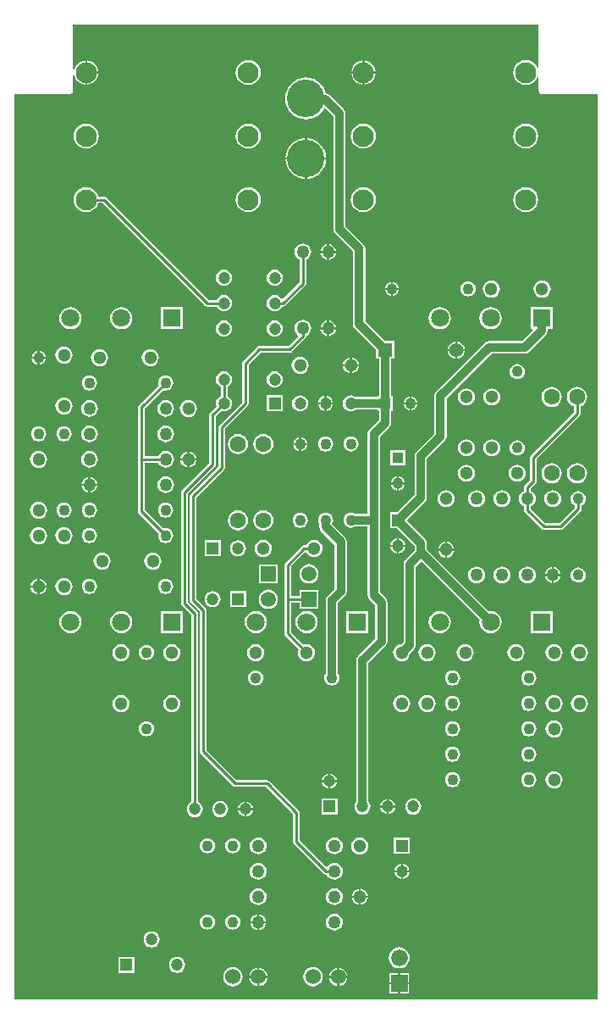
<source format=gtl>
G04*
G04 #@! TF.GenerationSoftware,Altium Limited,Altium Designer,19.0.12 (326)*
G04*
G04 Layer_Physical_Order=1*
G04 Layer_Color=255*
%FSLAX25Y25*%
%MOIN*%
G70*
G01*
G75*
%ADD12C,0.01000*%
%ADD40C,0.03200*%
%ADD41C,0.04724*%
%ADD42R,0.04724X0.04724*%
%ADD43R,0.04724X0.04724*%
%ADD44C,0.07087*%
%ADD45R,0.07087X0.07087*%
%ADD46C,0.06299*%
%ADD47C,0.05118*%
%ADD48C,0.04331*%
%ADD49C,0.05512*%
%ADD50R,0.05512X0.05512*%
%ADD51C,0.05000*%
%ADD52C,0.05906*%
%ADD53R,0.05906X0.05906*%
%ADD54C,0.14765*%
%ADD55C,0.06600*%
%ADD56R,0.06600X0.06600*%
%ADD57C,0.06000*%
%ADD58C,0.08268*%
%ADD59C,0.04725*%
%ADD60R,0.04331X0.04331*%
%ADD61R,0.04331X0.04331*%
%ADD62C,0.03000*%
G36*
X207936Y367923D02*
X207436Y367823D01*
X207119Y368588D01*
X206328Y369619D01*
X205297Y370410D01*
X204097Y370907D01*
X202809Y371077D01*
X201521Y370907D01*
X200321Y370410D01*
X199290Y369619D01*
X198499Y368588D01*
X198002Y367388D01*
X197832Y366100D01*
X198002Y364812D01*
X198499Y363612D01*
X199290Y362581D01*
X200321Y361790D01*
X201521Y361293D01*
X202809Y361123D01*
X204097Y361293D01*
X205297Y361790D01*
X206328Y362581D01*
X207119Y363612D01*
X207436Y364377D01*
X207936Y364277D01*
Y359000D01*
X208052Y358415D01*
X208384Y357919D01*
X208880Y357587D01*
X209465Y357471D01*
X230971D01*
Y1529D01*
X1529D01*
Y357471D01*
X23030D01*
X23615Y357587D01*
X24111Y357919D01*
X24443Y358415D01*
X24559Y359000D01*
Y364987D01*
X25059Y365020D01*
X25080Y364864D01*
X25557Y363713D01*
X26316Y362724D01*
X27305Y361965D01*
X28456Y361488D01*
X29292Y361378D01*
Y366100D01*
Y370822D01*
X28456Y370712D01*
X27305Y370235D01*
X26316Y369476D01*
X25557Y368487D01*
X25080Y367336D01*
X25059Y367180D01*
X24559Y367213D01*
Y384971D01*
X207936D01*
Y367923D01*
D02*
G37*
%LPC*%
G36*
X139311Y370822D02*
Y366500D01*
X143633D01*
X143523Y367336D01*
X143046Y368487D01*
X142287Y369476D01*
X141298Y370235D01*
X140147Y370712D01*
X139311Y370822D01*
D02*
G37*
G36*
X30092D02*
Y366500D01*
X34414D01*
X34304Y367336D01*
X33827Y368487D01*
X33068Y369476D01*
X32079Y370235D01*
X30928Y370712D01*
X30092Y370822D01*
D02*
G37*
G36*
X138511D02*
X137675Y370712D01*
X136524Y370235D01*
X135535Y369476D01*
X134776Y368487D01*
X134299Y367336D01*
X134189Y366500D01*
X138511D01*
Y370822D01*
D02*
G37*
G36*
X143633Y365700D02*
X139311D01*
Y361378D01*
X140147Y361488D01*
X141298Y361965D01*
X142287Y362724D01*
X143046Y363713D01*
X143523Y364864D01*
X143633Y365700D01*
D02*
G37*
G36*
X34414D02*
X30092D01*
Y361378D01*
X30928Y361488D01*
X32079Y361965D01*
X33068Y362724D01*
X33827Y363713D01*
X34304Y364864D01*
X34414Y365700D01*
D02*
G37*
G36*
X138511D02*
X134189D01*
X134299Y364864D01*
X134776Y363713D01*
X135535Y362724D01*
X136524Y361965D01*
X137675Y361488D01*
X138511Y361378D01*
Y365700D01*
D02*
G37*
G36*
X93590Y371077D02*
X92302Y370907D01*
X91102Y370410D01*
X90071Y369619D01*
X89280Y368588D01*
X88783Y367388D01*
X88613Y366100D01*
X88783Y364812D01*
X89280Y363612D01*
X90071Y362581D01*
X91102Y361790D01*
X92302Y361293D01*
X93590Y361123D01*
X94878Y361293D01*
X96078Y361790D01*
X97109Y362581D01*
X97900Y363612D01*
X98397Y364812D01*
X98567Y366100D01*
X98397Y367388D01*
X97900Y368588D01*
X97109Y369619D01*
X96078Y370410D01*
X94878Y370907D01*
X93590Y371077D01*
D02*
G37*
G36*
X202809Y346077D02*
X201521Y345907D01*
X200321Y345410D01*
X199290Y344619D01*
X198499Y343588D01*
X198002Y342388D01*
X197832Y341100D01*
X198002Y339812D01*
X198499Y338612D01*
X199290Y337581D01*
X200321Y336790D01*
X201521Y336293D01*
X202809Y336123D01*
X204097Y336293D01*
X205297Y336790D01*
X206328Y337581D01*
X207119Y338612D01*
X207616Y339812D01*
X207786Y341100D01*
X207616Y342388D01*
X207119Y343588D01*
X206328Y344619D01*
X205297Y345410D01*
X204097Y345907D01*
X202809Y346077D01*
D02*
G37*
G36*
X138911D02*
X137623Y345907D01*
X136423Y345410D01*
X135392Y344619D01*
X134601Y343588D01*
X134104Y342388D01*
X133934Y341100D01*
X134104Y339812D01*
X134601Y338612D01*
X135392Y337581D01*
X136423Y336790D01*
X137623Y336293D01*
X138911Y336123D01*
X140199Y336293D01*
X141399Y336790D01*
X142430Y337581D01*
X143221Y338612D01*
X143718Y339812D01*
X143888Y341100D01*
X143718Y342388D01*
X143221Y343588D01*
X142430Y344619D01*
X141399Y345410D01*
X140199Y345907D01*
X138911Y346077D01*
D02*
G37*
G36*
X93590D02*
X92302Y345907D01*
X91102Y345410D01*
X90071Y344619D01*
X89280Y343588D01*
X88783Y342388D01*
X88613Y341100D01*
X88783Y339812D01*
X89280Y338612D01*
X90071Y337581D01*
X91102Y336790D01*
X92302Y336293D01*
X93590Y336123D01*
X94878Y336293D01*
X96078Y336790D01*
X97109Y337581D01*
X97900Y338612D01*
X98397Y339812D01*
X98567Y341100D01*
X98397Y342388D01*
X97900Y343588D01*
X97109Y344619D01*
X96078Y345410D01*
X94878Y345907D01*
X93590Y346077D01*
D02*
G37*
G36*
X29692D02*
X28404Y345907D01*
X27204Y345410D01*
X26173Y344619D01*
X25382Y343588D01*
X24885Y342388D01*
X24715Y341100D01*
X24885Y339812D01*
X25382Y338612D01*
X26173Y337581D01*
X27204Y336790D01*
X28404Y336293D01*
X29692Y336123D01*
X30980Y336293D01*
X32180Y336790D01*
X33211Y337581D01*
X34002Y338612D01*
X34499Y339812D01*
X34669Y341100D01*
X34499Y342388D01*
X34002Y343588D01*
X33211Y344619D01*
X32180Y345410D01*
X30980Y345907D01*
X29692Y346077D01*
D02*
G37*
G36*
X116650Y340260D02*
Y332678D01*
X124232D01*
X124117Y333843D01*
X123660Y335347D01*
X122919Y336734D01*
X121922Y337950D01*
X120706Y338947D01*
X119319Y339688D01*
X117815Y340145D01*
X116650Y340260D01*
D02*
G37*
G36*
X115850D02*
X114685Y340145D01*
X113180Y339688D01*
X111794Y338947D01*
X110578Y337950D01*
X109581Y336734D01*
X108840Y335347D01*
X108383Y333843D01*
X108268Y332678D01*
X115850D01*
Y340260D01*
D02*
G37*
G36*
X124232Y331878D02*
X116650D01*
Y324296D01*
X117815Y324411D01*
X119319Y324868D01*
X120706Y325609D01*
X121922Y326606D01*
X122919Y327822D01*
X123660Y329209D01*
X124117Y330713D01*
X124232Y331878D01*
D02*
G37*
G36*
X115850D02*
X108268D01*
X108383Y330713D01*
X108840Y329209D01*
X109581Y327822D01*
X110578Y326606D01*
X111794Y325609D01*
X113180Y324868D01*
X114685Y324411D01*
X115850Y324296D01*
Y331878D01*
D02*
G37*
G36*
X202809Y321077D02*
X201521Y320907D01*
X200321Y320410D01*
X199290Y319619D01*
X198499Y318588D01*
X198002Y317388D01*
X197832Y316100D01*
X198002Y314812D01*
X198499Y313612D01*
X199290Y312581D01*
X200321Y311790D01*
X201521Y311293D01*
X202809Y311123D01*
X204097Y311293D01*
X205297Y311790D01*
X206328Y312581D01*
X207119Y313612D01*
X207616Y314812D01*
X207786Y316100D01*
X207616Y317388D01*
X207119Y318588D01*
X206328Y319619D01*
X205297Y320410D01*
X204097Y320907D01*
X202809Y321077D01*
D02*
G37*
G36*
X138911D02*
X137623Y320907D01*
X136423Y320410D01*
X135392Y319619D01*
X134601Y318588D01*
X134104Y317388D01*
X133934Y316100D01*
X134104Y314812D01*
X134601Y313612D01*
X135392Y312581D01*
X136423Y311790D01*
X137623Y311293D01*
X138911Y311123D01*
X140199Y311293D01*
X141399Y311790D01*
X142430Y312581D01*
X143221Y313612D01*
X143718Y314812D01*
X143888Y316100D01*
X143718Y317388D01*
X143221Y318588D01*
X142430Y319619D01*
X141399Y320410D01*
X140199Y320907D01*
X138911Y321077D01*
D02*
G37*
G36*
X93590D02*
X92302Y320907D01*
X91102Y320410D01*
X90071Y319619D01*
X89280Y318588D01*
X88783Y317388D01*
X88613Y316100D01*
X88783Y314812D01*
X89280Y313612D01*
X90071Y312581D01*
X91102Y311790D01*
X92302Y311293D01*
X93590Y311123D01*
X94878Y311293D01*
X96078Y311790D01*
X97109Y312581D01*
X97900Y313612D01*
X98397Y314812D01*
X98567Y316100D01*
X98397Y317388D01*
X97900Y318588D01*
X97109Y319619D01*
X96078Y320410D01*
X94878Y320907D01*
X93590Y321077D01*
D02*
G37*
G36*
X125400Y298574D02*
Y295900D01*
X128074D01*
X128020Y296309D01*
X127708Y297063D01*
X127211Y297711D01*
X126563Y298208D01*
X125809Y298520D01*
X125400Y298574D01*
D02*
G37*
G36*
X124600D02*
X124191Y298520D01*
X123437Y298208D01*
X122789Y297711D01*
X122292Y297063D01*
X121980Y296309D01*
X121926Y295900D01*
X124600D01*
Y298574D01*
D02*
G37*
G36*
X128074Y295100D02*
X125400D01*
Y292426D01*
X125809Y292480D01*
X126563Y292792D01*
X127211Y293289D01*
X127708Y293937D01*
X128020Y294691D01*
X128074Y295100D01*
D02*
G37*
G36*
X124600D02*
X121926D01*
X121980Y294691D01*
X122292Y293937D01*
X122789Y293289D01*
X123437Y292792D01*
X124191Y292480D01*
X124600Y292426D01*
Y295100D01*
D02*
G37*
G36*
X104000Y288556D02*
X103174Y288447D01*
X102405Y288129D01*
X101744Y287622D01*
X101238Y286961D01*
X100919Y286192D01*
X100810Y285366D01*
X100919Y284541D01*
X101238Y283771D01*
X101744Y283111D01*
X102405Y282604D01*
X103174Y282285D01*
X104000Y282176D01*
X104826Y282285D01*
X105595Y282604D01*
X106255Y283111D01*
X106762Y283771D01*
X107081Y284541D01*
X107190Y285366D01*
X107081Y286192D01*
X106762Y286961D01*
X106255Y287622D01*
X105595Y288129D01*
X104826Y288447D01*
X104000Y288556D01*
D02*
G37*
G36*
X84000D02*
X83174Y288447D01*
X82405Y288129D01*
X81744Y287622D01*
X81238Y286961D01*
X80919Y286192D01*
X80810Y285366D01*
X80919Y284541D01*
X81238Y283771D01*
X81744Y283111D01*
X82405Y282604D01*
X83174Y282285D01*
X84000Y282176D01*
X84826Y282285D01*
X85595Y282604D01*
X86256Y283111D01*
X86762Y283771D01*
X87081Y284541D01*
X87190Y285366D01*
X87081Y286192D01*
X86762Y286961D01*
X86256Y287622D01*
X85595Y288129D01*
X84826Y288447D01*
X84000Y288556D01*
D02*
G37*
G36*
X150572Y283737D02*
Y281400D01*
X152908D01*
X152866Y281722D01*
X152587Y282395D01*
X152144Y282972D01*
X151566Y283416D01*
X150893Y283694D01*
X150572Y283737D01*
D02*
G37*
G36*
X149771D02*
X149450Y283694D01*
X148777Y283416D01*
X148199Y282972D01*
X147756Y282395D01*
X147477Y281722D01*
X147435Y281400D01*
X149771D01*
Y283737D01*
D02*
G37*
G36*
X152908Y280600D02*
X150572D01*
Y278263D01*
X150893Y278306D01*
X151566Y278584D01*
X152144Y279028D01*
X152587Y279605D01*
X152866Y280278D01*
X152908Y280600D01*
D02*
G37*
G36*
X149771D02*
X147435D01*
X147477Y280278D01*
X147756Y279605D01*
X148199Y279028D01*
X148777Y278584D01*
X149450Y278306D01*
X149771Y278263D01*
Y280600D01*
D02*
G37*
G36*
X180172Y283991D02*
X179397Y283889D01*
X178676Y283590D01*
X178057Y283115D01*
X177581Y282495D01*
X177282Y281774D01*
X177180Y281000D01*
X177282Y280226D01*
X177581Y279504D01*
X178057Y278885D01*
X178676Y278410D01*
X179397Y278111D01*
X180172Y278009D01*
X180946Y278111D01*
X181667Y278410D01*
X182287Y278885D01*
X182762Y279504D01*
X183061Y280226D01*
X183163Y281000D01*
X183061Y281774D01*
X182762Y282495D01*
X182287Y283115D01*
X181667Y283590D01*
X180946Y283889D01*
X180172Y283991D01*
D02*
G37*
G36*
X209290Y284388D02*
X208413Y284273D01*
X207596Y283934D01*
X206894Y283396D01*
X206356Y282694D01*
X206017Y281877D01*
X205902Y281000D01*
X206017Y280123D01*
X206356Y279306D01*
X206894Y278604D01*
X207596Y278066D01*
X208413Y277728D01*
X209290Y277612D01*
X210167Y277728D01*
X210984Y278066D01*
X211686Y278604D01*
X212224Y279306D01*
X212563Y280123D01*
X212678Y281000D01*
X212563Y281877D01*
X212224Y282694D01*
X211686Y283396D01*
X210984Y283934D01*
X210167Y284273D01*
X209290Y284388D01*
D02*
G37*
G36*
X189290D02*
X188413Y284273D01*
X187596Y283934D01*
X186894Y283396D01*
X186356Y282694D01*
X186018Y281877D01*
X185902Y281000D01*
X186018Y280123D01*
X186356Y279306D01*
X186894Y278604D01*
X187596Y278066D01*
X188413Y277728D01*
X189290Y277612D01*
X190167Y277728D01*
X190984Y278066D01*
X191686Y278604D01*
X192224Y279306D01*
X192563Y280123D01*
X192678Y281000D01*
X192563Y281877D01*
X192224Y282694D01*
X191686Y283396D01*
X190984Y283934D01*
X190167Y284273D01*
X189290Y284388D01*
D02*
G37*
G36*
X115000Y298829D02*
X114138Y298715D01*
X113336Y298382D01*
X112646Y297854D01*
X112118Y297164D01*
X111785Y296361D01*
X111671Y295500D01*
X111785Y294638D01*
X112118Y293836D01*
X112646Y293146D01*
X113336Y292618D01*
X113674Y292477D01*
Y283649D01*
X107187Y277162D01*
X106553Y277234D01*
X106255Y277622D01*
X105595Y278129D01*
X104826Y278447D01*
X104000Y278556D01*
X103174Y278447D01*
X102405Y278129D01*
X101744Y277622D01*
X101238Y276961D01*
X100919Y276192D01*
X100810Y275366D01*
X100919Y274540D01*
X101238Y273771D01*
X101744Y273111D01*
X102405Y272604D01*
X103174Y272285D01*
X104000Y272176D01*
X104826Y272285D01*
X105595Y272604D01*
X106255Y273111D01*
X106762Y273771D01*
X106874Y274041D01*
X107266D01*
X107773Y274142D01*
X108203Y274429D01*
X115937Y282163D01*
X116225Y282593D01*
X116325Y283100D01*
Y292477D01*
X116664Y292618D01*
X117354Y293146D01*
X117883Y293836D01*
X118215Y294638D01*
X118328Y295500D01*
X118215Y296361D01*
X117883Y297164D01*
X117354Y297854D01*
X116664Y298382D01*
X115861Y298715D01*
X115000Y298829D01*
D02*
G37*
G36*
X29692Y321077D02*
X28404Y320907D01*
X27204Y320410D01*
X26173Y319619D01*
X25382Y318588D01*
X24885Y317388D01*
X24715Y316100D01*
X24885Y314812D01*
X25382Y313612D01*
X26173Y312581D01*
X27204Y311790D01*
X28404Y311293D01*
X29692Y311123D01*
X30980Y311293D01*
X32180Y311790D01*
X33211Y312581D01*
X34002Y313612D01*
X34484Y314774D01*
X36217D01*
X76563Y274429D01*
X76993Y274142D01*
X77500Y274041D01*
X81126D01*
X81238Y273771D01*
X81744Y273111D01*
X82405Y272604D01*
X83174Y272285D01*
X84000Y272176D01*
X84826Y272285D01*
X85595Y272604D01*
X86256Y273111D01*
X86762Y273771D01*
X87081Y274540D01*
X87190Y275366D01*
X87081Y276192D01*
X86762Y276961D01*
X86256Y277622D01*
X85595Y278129D01*
X84826Y278447D01*
X84000Y278556D01*
X83174Y278447D01*
X82405Y278129D01*
X81744Y277622D01*
X81238Y276961D01*
X81126Y276692D01*
X78049D01*
X37703Y317037D01*
X37273Y317325D01*
X36766Y317425D01*
X34484D01*
X34002Y318588D01*
X33211Y319619D01*
X32180Y320410D01*
X30980Y320907D01*
X29692Y321077D01*
D02*
G37*
G36*
X125400Y268574D02*
Y265900D01*
X128074D01*
X128020Y266309D01*
X127708Y267063D01*
X127211Y267711D01*
X126563Y268208D01*
X125809Y268520D01*
X125400Y268574D01*
D02*
G37*
G36*
X124600D02*
X124191Y268520D01*
X123437Y268208D01*
X122789Y267711D01*
X122292Y267063D01*
X121980Y266309D01*
X121926Y265900D01*
X124600D01*
Y268574D01*
D02*
G37*
G36*
X67844Y273844D02*
X59157D01*
Y265157D01*
X67844D01*
Y273844D01*
D02*
G37*
G36*
X189000Y273881D02*
X187866Y273732D01*
X186810Y273294D01*
X185902Y272598D01*
X185206Y271691D01*
X184768Y270634D01*
X184619Y269500D01*
X184768Y268366D01*
X185206Y267309D01*
X185902Y266402D01*
X186810Y265706D01*
X187866Y265268D01*
X189000Y265119D01*
X190134Y265268D01*
X191191Y265706D01*
X192098Y266402D01*
X192794Y267309D01*
X193232Y268366D01*
X193381Y269500D01*
X193232Y270634D01*
X192794Y271691D01*
X192098Y272598D01*
X191191Y273294D01*
X190134Y273732D01*
X189000Y273881D01*
D02*
G37*
G36*
X169000D02*
X167866Y273732D01*
X166809Y273294D01*
X165902Y272598D01*
X165206Y271691D01*
X164768Y270634D01*
X164619Y269500D01*
X164768Y268366D01*
X165206Y267309D01*
X165902Y266402D01*
X166809Y265706D01*
X167866Y265268D01*
X169000Y265119D01*
X170134Y265268D01*
X171191Y265706D01*
X172098Y266402D01*
X172794Y267309D01*
X173232Y268366D01*
X173381Y269500D01*
X173232Y270634D01*
X172794Y271691D01*
X172098Y272598D01*
X171191Y273294D01*
X170134Y273732D01*
X169000Y273881D01*
D02*
G37*
G36*
X43500D02*
X42366Y273732D01*
X41309Y273294D01*
X40402Y272598D01*
X39706Y271691D01*
X39268Y270634D01*
X39119Y269500D01*
X39268Y268366D01*
X39706Y267309D01*
X40402Y266402D01*
X41309Y265706D01*
X42366Y265268D01*
X43500Y265119D01*
X44634Y265268D01*
X45691Y265706D01*
X46598Y266402D01*
X47294Y267309D01*
X47732Y268366D01*
X47881Y269500D01*
X47732Y270634D01*
X47294Y271691D01*
X46598Y272598D01*
X45691Y273294D01*
X44634Y273732D01*
X43500Y273881D01*
D02*
G37*
G36*
X23500D02*
X22366Y273732D01*
X21309Y273294D01*
X20402Y272598D01*
X19706Y271691D01*
X19268Y270634D01*
X19119Y269500D01*
X19268Y268366D01*
X19706Y267309D01*
X20402Y266402D01*
X21309Y265706D01*
X22366Y265268D01*
X23500Y265119D01*
X24634Y265268D01*
X25690Y265706D01*
X26598Y266402D01*
X27294Y267309D01*
X27732Y268366D01*
X27881Y269500D01*
X27732Y270634D01*
X27294Y271691D01*
X26598Y272598D01*
X25690Y273294D01*
X24634Y273732D01*
X23500Y273881D01*
D02*
G37*
G36*
X128074Y265100D02*
X125400D01*
Y262426D01*
X125809Y262480D01*
X126563Y262792D01*
X127211Y263289D01*
X127708Y263937D01*
X128020Y264691D01*
X128074Y265100D01*
D02*
G37*
G36*
X124600D02*
X121926D01*
X121980Y264691D01*
X122292Y263937D01*
X122789Y263289D01*
X123437Y262792D01*
X124191Y262480D01*
X124600Y262426D01*
Y265100D01*
D02*
G37*
G36*
X104000Y268556D02*
X103174Y268447D01*
X102405Y268129D01*
X101744Y267622D01*
X101238Y266961D01*
X100919Y266192D01*
X100810Y265366D01*
X100919Y264541D01*
X101238Y263771D01*
X101744Y263111D01*
X102405Y262604D01*
X103174Y262285D01*
X104000Y262176D01*
X104826Y262285D01*
X105595Y262604D01*
X106255Y263111D01*
X106762Y263771D01*
X107081Y264541D01*
X107190Y265366D01*
X107081Y266192D01*
X106762Y266961D01*
X106255Y267622D01*
X105595Y268129D01*
X104826Y268447D01*
X104000Y268556D01*
D02*
G37*
G36*
X84000D02*
X83174Y268447D01*
X82405Y268129D01*
X81744Y267622D01*
X81238Y266961D01*
X80919Y266192D01*
X80810Y265366D01*
X80919Y264541D01*
X81238Y263771D01*
X81744Y263111D01*
X82405Y262604D01*
X83174Y262285D01*
X84000Y262176D01*
X84826Y262285D01*
X85595Y262604D01*
X86256Y263111D01*
X86762Y263771D01*
X87081Y264541D01*
X87190Y265366D01*
X87081Y266192D01*
X86762Y266961D01*
X86256Y267622D01*
X85595Y268129D01*
X84826Y268447D01*
X84000Y268556D01*
D02*
G37*
G36*
X175900Y260332D02*
Y257400D01*
X178832D01*
X178770Y257876D01*
X178431Y258693D01*
X177893Y259394D01*
X177192Y259931D01*
X176376Y260270D01*
X175900Y260332D01*
D02*
G37*
G36*
X175100D02*
X174624Y260270D01*
X173808Y259931D01*
X173107Y259394D01*
X172569Y258693D01*
X172230Y257876D01*
X172168Y257400D01*
X175100D01*
Y260332D01*
D02*
G37*
G36*
X11400Y256737D02*
Y254400D01*
X13737D01*
X13694Y254722D01*
X13416Y255395D01*
X12972Y255972D01*
X12395Y256416D01*
X11722Y256694D01*
X11400Y256737D01*
D02*
G37*
G36*
X10600D02*
X10278Y256694D01*
X9605Y256416D01*
X9028Y255972D01*
X8584Y255395D01*
X8306Y254722D01*
X8263Y254400D01*
X10600D01*
Y256737D01*
D02*
G37*
G36*
X178832Y256600D02*
X175900D01*
Y253668D01*
X176376Y253730D01*
X177192Y254068D01*
X177893Y254607D01*
X178431Y255308D01*
X178770Y256124D01*
X178832Y256600D01*
D02*
G37*
G36*
X175100D02*
X172168D01*
X172230Y256124D01*
X172569Y255308D01*
X173107Y254607D01*
X173808Y254068D01*
X174624Y253730D01*
X175100Y253668D01*
Y256600D01*
D02*
G37*
G36*
X21000Y258388D02*
X20123Y258273D01*
X19306Y257934D01*
X18604Y257396D01*
X18066Y256694D01*
X17728Y255877D01*
X17612Y255000D01*
X17728Y254123D01*
X18066Y253306D01*
X18604Y252604D01*
X19306Y252066D01*
X20123Y251728D01*
X21000Y251612D01*
X21877Y251728D01*
X22694Y252066D01*
X23396Y252604D01*
X23934Y253306D01*
X24272Y254123D01*
X24388Y255000D01*
X24272Y255877D01*
X23934Y256694D01*
X23396Y257396D01*
X22694Y257934D01*
X21877Y258273D01*
X21000Y258388D01*
D02*
G37*
G36*
X134400Y254134D02*
Y251400D01*
X137134D01*
X137078Y251825D01*
X136759Y252593D01*
X136253Y253253D01*
X135593Y253759D01*
X134825Y254078D01*
X134400Y254134D01*
D02*
G37*
G36*
X133600D02*
X133175Y254078D01*
X132407Y253759D01*
X131747Y253253D01*
X131241Y252593D01*
X130922Y251825D01*
X130866Y251400D01*
X133600D01*
Y254134D01*
D02*
G37*
G36*
X13737Y253600D02*
X11400D01*
Y251263D01*
X11722Y251306D01*
X12395Y251584D01*
X12972Y252028D01*
X13416Y252605D01*
X13694Y253278D01*
X13737Y253600D01*
D02*
G37*
G36*
X10600D02*
X8263D01*
X8306Y253278D01*
X8584Y252605D01*
X9028Y252028D01*
X9605Y251584D01*
X10278Y251306D01*
X10600Y251263D01*
Y253600D01*
D02*
G37*
G36*
X55000Y257388D02*
X54123Y257273D01*
X53306Y256934D01*
X52604Y256396D01*
X52066Y255694D01*
X51727Y254877D01*
X51612Y254000D01*
X51727Y253123D01*
X52066Y252306D01*
X52604Y251604D01*
X53306Y251066D01*
X54123Y250728D01*
X55000Y250612D01*
X55877Y250728D01*
X56694Y251066D01*
X57396Y251604D01*
X57934Y252306D01*
X58272Y253123D01*
X58388Y254000D01*
X58272Y254877D01*
X57934Y255694D01*
X57396Y256396D01*
X56694Y256934D01*
X55877Y257273D01*
X55000Y257388D01*
D02*
G37*
G36*
X35000D02*
X34123Y257273D01*
X33306Y256934D01*
X32604Y256396D01*
X32066Y255694D01*
X31727Y254877D01*
X31612Y254000D01*
X31727Y253123D01*
X32066Y252306D01*
X32604Y251604D01*
X33306Y251066D01*
X34123Y250728D01*
X35000Y250612D01*
X35877Y250728D01*
X36694Y251066D01*
X37396Y251604D01*
X37934Y252306D01*
X38273Y253123D01*
X38388Y254000D01*
X38273Y254877D01*
X37934Y255694D01*
X37396Y256396D01*
X36694Y256934D01*
X35877Y257273D01*
X35000Y257388D01*
D02*
G37*
G36*
X137134Y250600D02*
X134400D01*
Y247866D01*
X134825Y247922D01*
X135593Y248241D01*
X136253Y248747D01*
X136759Y249407D01*
X137078Y250175D01*
X137134Y250600D01*
D02*
G37*
G36*
X133600D02*
X130866D01*
X130922Y250175D01*
X131241Y249407D01*
X131747Y248747D01*
X132407Y248241D01*
X133175Y247922D01*
X133600Y247866D01*
Y250600D01*
D02*
G37*
G36*
X114000Y254388D02*
X113123Y254273D01*
X112306Y253934D01*
X111604Y253396D01*
X111066Y252694D01*
X110728Y251877D01*
X110612Y251000D01*
X110728Y250123D01*
X111066Y249306D01*
X111604Y248604D01*
X112306Y248066D01*
X113123Y247727D01*
X114000Y247612D01*
X114877Y247727D01*
X115694Y248066D01*
X116396Y248604D01*
X116934Y249306D01*
X117272Y250123D01*
X117388Y251000D01*
X117272Y251877D01*
X116934Y252694D01*
X116396Y253396D01*
X115694Y253934D01*
X114877Y254273D01*
X114000Y254388D01*
D02*
G37*
G36*
X199500Y251491D02*
X198726Y251389D01*
X198004Y251090D01*
X197385Y250615D01*
X196910Y249995D01*
X196611Y249274D01*
X196509Y248500D01*
X196611Y247726D01*
X196910Y247005D01*
X197385Y246385D01*
X198004Y245910D01*
X198726Y245611D01*
X199500Y245509D01*
X200274Y245611D01*
X200995Y245910D01*
X201615Y246385D01*
X202090Y247005D01*
X202389Y247726D01*
X202491Y248500D01*
X202389Y249274D01*
X202090Y249995D01*
X201615Y250615D01*
X200995Y251090D01*
X200274Y251389D01*
X199500Y251491D01*
D02*
G37*
G36*
X104000Y248556D02*
X103174Y248447D01*
X102405Y248129D01*
X101744Y247622D01*
X101238Y246961D01*
X100919Y246192D01*
X100810Y245366D01*
X100919Y244541D01*
X101238Y243771D01*
X101744Y243111D01*
X102405Y242604D01*
X103174Y242285D01*
X104000Y242176D01*
X104826Y242285D01*
X105595Y242604D01*
X106255Y243111D01*
X106762Y243771D01*
X107081Y244541D01*
X107190Y245366D01*
X107081Y246192D01*
X106762Y246961D01*
X106255Y247622D01*
X105595Y248129D01*
X104826Y248447D01*
X104000Y248556D01*
D02*
G37*
G36*
X61000Y246991D02*
X60226Y246889D01*
X59504Y246590D01*
X58885Y246115D01*
X58410Y245496D01*
X58111Y244774D01*
X58009Y244000D01*
X58111Y243226D01*
X58181Y243056D01*
X50563Y235437D01*
X50275Y235007D01*
X50174Y234500D01*
Y214000D01*
Y193500D01*
X50275Y192993D01*
X50563Y192563D01*
X58181Y184944D01*
X58111Y184774D01*
X58009Y184000D01*
X58111Y183226D01*
X58410Y182504D01*
X58885Y181885D01*
X59504Y181410D01*
X60226Y181111D01*
X61000Y181009D01*
X61774Y181111D01*
X62495Y181410D01*
X63115Y181885D01*
X63590Y182504D01*
X63889Y183226D01*
X63991Y184000D01*
X63889Y184774D01*
X63590Y185495D01*
X63115Y186115D01*
X62495Y186590D01*
X61774Y186889D01*
X61000Y186991D01*
X60226Y186889D01*
X60056Y186819D01*
X52825Y194049D01*
Y212674D01*
X57977D01*
X58117Y212336D01*
X58646Y211646D01*
X59336Y211118D01*
X60138Y210785D01*
X61000Y210671D01*
X61861Y210785D01*
X62664Y211118D01*
X63354Y211646D01*
X63883Y212336D01*
X64215Y213139D01*
X64328Y214000D01*
X64215Y214861D01*
X63883Y215664D01*
X63354Y216354D01*
X62664Y216882D01*
X61861Y217215D01*
X61000Y217329D01*
X60138Y217215D01*
X59336Y216882D01*
X58646Y216354D01*
X58117Y215664D01*
X57977Y215325D01*
X52825D01*
Y233951D01*
X60056Y241181D01*
X60226Y241111D01*
X61000Y241009D01*
X61774Y241111D01*
X62495Y241410D01*
X63115Y241885D01*
X63590Y242505D01*
X63889Y243226D01*
X63991Y244000D01*
X63889Y244774D01*
X63590Y245496D01*
X63115Y246115D01*
X62495Y246590D01*
X61774Y246889D01*
X61000Y246991D01*
D02*
G37*
G36*
X31000D02*
X30226Y246889D01*
X29504Y246590D01*
X28885Y246115D01*
X28410Y245496D01*
X28111Y244774D01*
X28009Y244000D01*
X28111Y243226D01*
X28410Y242505D01*
X28885Y241885D01*
X29504Y241410D01*
X30226Y241111D01*
X31000Y241009D01*
X31774Y241111D01*
X32495Y241410D01*
X33115Y241885D01*
X33590Y242505D01*
X33889Y243226D01*
X33991Y244000D01*
X33889Y244774D01*
X33590Y245496D01*
X33115Y246115D01*
X32495Y246590D01*
X31774Y246889D01*
X31000Y246991D01*
D02*
G37*
G36*
X116250Y364122D02*
X114646Y363964D01*
X113104Y363496D01*
X111682Y362736D01*
X110436Y361714D01*
X109414Y360468D01*
X108654Y359046D01*
X108186Y357504D01*
X108028Y355900D01*
X108186Y354296D01*
X108654Y352754D01*
X109414Y351332D01*
X110436Y350086D01*
X111682Y349064D01*
X113104Y348304D01*
X114646Y347836D01*
X116250Y347678D01*
X117854Y347836D01*
X119396Y348304D01*
X120818Y349064D01*
X122064Y350086D01*
X123086Y351332D01*
X123418Y351953D01*
X123913Y352027D01*
X127031Y348909D01*
Y304522D01*
X127217Y303586D01*
X127747Y302792D01*
X134742Y295797D01*
Y267311D01*
X134929Y266374D01*
X135459Y265580D01*
X143944Y257095D01*
Y253444D01*
X145053D01*
Y238966D01*
X144535D01*
Y238447D01*
X136005D01*
X135595Y238762D01*
X134826Y239081D01*
X134000Y239189D01*
X133175Y239081D01*
X132405Y238762D01*
X131745Y238255D01*
X131238Y237595D01*
X130919Y236825D01*
X130811Y236000D01*
X130919Y235174D01*
X131238Y234405D01*
X131745Y233745D01*
X132405Y233238D01*
X133175Y232919D01*
X134000Y232811D01*
X134826Y232919D01*
X135595Y233238D01*
X136005Y233553D01*
X144535D01*
Y233034D01*
X145053D01*
Y229452D01*
X141270Y225669D01*
X140739Y224875D01*
X140553Y223938D01*
Y192497D01*
X135682D01*
X135495Y192640D01*
X134774Y192939D01*
X134000Y193041D01*
X133226Y192939D01*
X132504Y192640D01*
X131885Y192165D01*
X131410Y191546D01*
X131111Y190824D01*
X131009Y190050D01*
X131111Y189276D01*
X131410Y188555D01*
X131885Y187935D01*
X132504Y187460D01*
X133226Y187161D01*
X134000Y187059D01*
X134774Y187161D01*
X135495Y187460D01*
X135682Y187603D01*
X140553D01*
Y160758D01*
X140739Y159821D01*
X141270Y159028D01*
X143553Y156744D01*
Y143448D01*
X136770Y136664D01*
X136239Y135871D01*
X136053Y134934D01*
Y79505D01*
X135738Y79095D01*
X135419Y78325D01*
X135311Y77500D01*
X135419Y76674D01*
X135738Y75905D01*
X136245Y75245D01*
X136905Y74738D01*
X137674Y74419D01*
X138500Y74311D01*
X139325Y74419D01*
X140095Y74738D01*
X140755Y75245D01*
X141262Y75905D01*
X141581Y76674D01*
X141689Y77500D01*
X141581Y78325D01*
X141262Y79095D01*
X140947Y79505D01*
Y133921D01*
X147730Y140704D01*
X148261Y141498D01*
X148447Y142434D01*
Y157758D01*
X148261Y158694D01*
X147730Y159488D01*
X145447Y161772D01*
Y190000D01*
Y222925D01*
X149230Y226708D01*
X149761Y227502D01*
X149947Y228438D01*
Y233034D01*
X150466D01*
Y238966D01*
X149947D01*
Y253444D01*
X151056D01*
Y260556D01*
X147405D01*
X139636Y268324D01*
Y296811D01*
X139450Y297747D01*
X138920Y298541D01*
X131925Y305536D01*
Y349922D01*
X131738Y350859D01*
X131208Y351653D01*
X125630Y357230D01*
X124836Y357761D01*
X124197Y357888D01*
X123846Y359046D01*
X123086Y360468D01*
X122064Y361714D01*
X120818Y362736D01*
X119396Y363496D01*
X117854Y363964D01*
X116250Y364122D01*
D02*
G37*
G36*
X157900Y238737D02*
Y236400D01*
X160237D01*
X160194Y236722D01*
X159916Y237395D01*
X159472Y237972D01*
X158895Y238416D01*
X158222Y238694D01*
X157900Y238737D01*
D02*
G37*
G36*
X157100D02*
X156778Y238694D01*
X156105Y238416D01*
X155528Y237972D01*
X155084Y237395D01*
X154806Y236722D01*
X154763Y236400D01*
X157100D01*
Y238737D01*
D02*
G37*
G36*
X124400Y238935D02*
Y236400D01*
X126935D01*
X126886Y236773D01*
X126587Y237494D01*
X126112Y238112D01*
X125494Y238587D01*
X124773Y238886D01*
X124400Y238935D01*
D02*
G37*
G36*
X123600D02*
X123227Y238886D01*
X122506Y238587D01*
X121888Y238112D01*
X121413Y237494D01*
X121114Y236773D01*
X121065Y236400D01*
X123600D01*
Y238935D01*
D02*
G37*
G36*
X189500Y241888D02*
X188623Y241773D01*
X187806Y241434D01*
X187104Y240896D01*
X186566Y240194D01*
X186228Y239377D01*
X186112Y238500D01*
X186228Y237623D01*
X186566Y236806D01*
X187104Y236104D01*
X187806Y235566D01*
X188623Y235227D01*
X189500Y235112D01*
X190377Y235227D01*
X191194Y235566D01*
X191896Y236104D01*
X192434Y236806D01*
X192772Y237623D01*
X192888Y238500D01*
X192772Y239377D01*
X192434Y240194D01*
X191896Y240896D01*
X191194Y241434D01*
X190377Y241773D01*
X189500Y241888D01*
D02*
G37*
G36*
X179500D02*
X178623Y241773D01*
X177806Y241434D01*
X177104Y240896D01*
X176566Y240194D01*
X176227Y239377D01*
X176112Y238500D01*
X176227Y237623D01*
X176566Y236806D01*
X177104Y236104D01*
X177806Y235566D01*
X178623Y235227D01*
X179500Y235112D01*
X180377Y235227D01*
X181194Y235566D01*
X181896Y236104D01*
X182434Y236806D01*
X182773Y237623D01*
X182888Y238500D01*
X182773Y239377D01*
X182434Y240194D01*
X181896Y240896D01*
X181194Y241434D01*
X180377Y241773D01*
X179500Y241888D01*
D02*
G37*
G36*
X213000Y242484D02*
X211969Y242348D01*
X211008Y241950D01*
X210183Y241317D01*
X209550Y240492D01*
X209152Y239531D01*
X209016Y238500D01*
X209152Y237469D01*
X209550Y236508D01*
X210183Y235683D01*
X211008Y235050D01*
X211969Y234652D01*
X213000Y234516D01*
X214031Y234652D01*
X214992Y235050D01*
X215817Y235683D01*
X216450Y236508D01*
X216848Y237469D01*
X216984Y238500D01*
X216848Y239531D01*
X216450Y240492D01*
X215817Y241317D01*
X214992Y241950D01*
X214031Y242348D01*
X213000Y242484D01*
D02*
G37*
G36*
X160237Y235600D02*
X157900D01*
Y233263D01*
X158222Y233306D01*
X158895Y233584D01*
X159472Y234028D01*
X159916Y234605D01*
X160194Y235278D01*
X160237Y235600D01*
D02*
G37*
G36*
X157100D02*
X154763D01*
X154806Y235278D01*
X155084Y234605D01*
X155528Y234028D01*
X156105Y233584D01*
X156778Y233306D01*
X157100Y233263D01*
Y235600D01*
D02*
G37*
G36*
X126935D02*
X124400D01*
Y233065D01*
X124773Y233114D01*
X125494Y233413D01*
X126112Y233888D01*
X126587Y234506D01*
X126886Y235227D01*
X126935Y235600D01*
D02*
G37*
G36*
X123600D02*
X121065D01*
X121114Y235227D01*
X121413Y234506D01*
X121888Y233888D01*
X122506Y233413D01*
X123227Y233114D01*
X123600Y233065D01*
Y235600D01*
D02*
G37*
G36*
X107162Y239162D02*
X100838D01*
Y232838D01*
X107162D01*
Y239162D01*
D02*
G37*
G36*
X114000Y239189D02*
X113174Y239081D01*
X112405Y238762D01*
X111745Y238255D01*
X111238Y237595D01*
X110919Y236825D01*
X110811Y236000D01*
X110919Y235174D01*
X111238Y234405D01*
X111745Y233745D01*
X112405Y233238D01*
X113174Y232919D01*
X114000Y232811D01*
X114825Y232919D01*
X115595Y233238D01*
X116255Y233745D01*
X116762Y234405D01*
X117081Y235174D01*
X117189Y236000D01*
X117081Y236825D01*
X116762Y237595D01*
X116255Y238255D01*
X115595Y238762D01*
X114825Y239081D01*
X114000Y239189D01*
D02*
G37*
G36*
X84000Y248556D02*
X83174Y248447D01*
X82405Y248129D01*
X81744Y247622D01*
X81238Y246961D01*
X80919Y246192D01*
X80810Y245366D01*
X80919Y244541D01*
X81238Y243771D01*
X81744Y243111D01*
X82405Y242604D01*
X82674Y242492D01*
Y238874D01*
X82405Y238762D01*
X81745Y238255D01*
X81238Y237595D01*
X80919Y236825D01*
X80811Y236000D01*
X80919Y235174D01*
X81031Y234905D01*
X78563Y232437D01*
X78275Y232007D01*
X78175Y231500D01*
Y212549D01*
X67563Y201937D01*
X67275Y201507D01*
X67175Y201000D01*
Y157366D01*
X67275Y156859D01*
X67563Y156429D01*
X71175Y152817D01*
Y79374D01*
X70905Y79262D01*
X70245Y78755D01*
X69738Y78095D01*
X69419Y77325D01*
X69311Y76500D01*
X69419Y75674D01*
X69738Y74905D01*
X70245Y74245D01*
X70905Y73738D01*
X71675Y73419D01*
X72500Y73311D01*
X73326Y73419D01*
X74095Y73738D01*
X74755Y74245D01*
X75262Y74905D01*
X75581Y75674D01*
X75689Y76500D01*
X75581Y77325D01*
X75262Y78095D01*
X74755Y78755D01*
X74095Y79262D01*
X73826Y79374D01*
Y153366D01*
X73725Y153874D01*
X73437Y154304D01*
X69826Y157915D01*
Y200451D01*
X80437Y211063D01*
X80725Y211493D01*
X80826Y212000D01*
Y230951D01*
X82905Y233031D01*
X83175Y232919D01*
X84000Y232811D01*
X84825Y232919D01*
X85595Y233238D01*
X86255Y233745D01*
X86762Y234405D01*
X87081Y235174D01*
X87189Y236000D01*
X87081Y236825D01*
X86762Y237595D01*
X86255Y238255D01*
X85595Y238762D01*
X85325Y238874D01*
Y242492D01*
X85595Y242604D01*
X86256Y243111D01*
X86762Y243771D01*
X87081Y244541D01*
X87190Y245366D01*
X87081Y246192D01*
X86762Y246961D01*
X86256Y247622D01*
X85595Y248129D01*
X84826Y248447D01*
X84000Y248556D01*
D02*
G37*
G36*
X21000Y238388D02*
X20123Y238273D01*
X19306Y237934D01*
X18604Y237396D01*
X18066Y236694D01*
X17728Y235877D01*
X17612Y235000D01*
X17728Y234123D01*
X18066Y233306D01*
X18604Y232604D01*
X19306Y232066D01*
X20123Y231728D01*
X21000Y231612D01*
X21877Y231728D01*
X22694Y232066D01*
X23396Y232604D01*
X23934Y233306D01*
X24272Y234123D01*
X24388Y235000D01*
X24272Y235877D01*
X23934Y236694D01*
X23396Y237396D01*
X22694Y237934D01*
X21877Y238273D01*
X21000Y238388D01*
D02*
G37*
G36*
X61000Y237329D02*
X60138Y237215D01*
X59336Y236882D01*
X58646Y236354D01*
X58117Y235664D01*
X57785Y234861D01*
X57671Y234000D01*
X57785Y233138D01*
X58117Y232336D01*
X58646Y231646D01*
X59336Y231118D01*
X60138Y230785D01*
X61000Y230672D01*
X61861Y230785D01*
X62664Y231118D01*
X63354Y231646D01*
X63883Y232336D01*
X64215Y233138D01*
X64328Y234000D01*
X64215Y234861D01*
X63883Y235664D01*
X63354Y236354D01*
X62664Y236882D01*
X61861Y237215D01*
X61000Y237329D01*
D02*
G37*
G36*
X31000D02*
X30138Y237215D01*
X29336Y236882D01*
X28646Y236354D01*
X28117Y235664D01*
X27785Y234861D01*
X27672Y234000D01*
X27785Y233138D01*
X28117Y232336D01*
X28646Y231646D01*
X29336Y231118D01*
X30138Y230785D01*
X31000Y230672D01*
X31861Y230785D01*
X32664Y231118D01*
X33354Y231646D01*
X33882Y232336D01*
X34215Y233138D01*
X34328Y234000D01*
X34215Y234861D01*
X33882Y235664D01*
X33354Y236354D01*
X32664Y236882D01*
X31861Y237215D01*
X31000Y237329D01*
D02*
G37*
G36*
X70000Y237388D02*
X69123Y237273D01*
X68306Y236934D01*
X67604Y236396D01*
X67066Y235694D01*
X66728Y234877D01*
X66612Y234000D01*
X66728Y233123D01*
X67066Y232306D01*
X67604Y231604D01*
X68306Y231066D01*
X69123Y230728D01*
X70000Y230612D01*
X70877Y230728D01*
X71694Y231066D01*
X72396Y231604D01*
X72934Y232306D01*
X73273Y233123D01*
X73388Y234000D01*
X73273Y234877D01*
X72934Y235694D01*
X72396Y236396D01*
X71694Y236934D01*
X70877Y237273D01*
X70000Y237388D01*
D02*
G37*
G36*
X21000Y226991D02*
X20226Y226889D01*
X19504Y226590D01*
X18885Y226115D01*
X18410Y225496D01*
X18111Y224774D01*
X18009Y224000D01*
X18111Y223226D01*
X18410Y222504D01*
X18885Y221885D01*
X19504Y221410D01*
X20226Y221111D01*
X21000Y221009D01*
X21774Y221111D01*
X22496Y221410D01*
X23115Y221885D01*
X23590Y222504D01*
X23889Y223226D01*
X23991Y224000D01*
X23889Y224774D01*
X23590Y225496D01*
X23115Y226115D01*
X22496Y226590D01*
X21774Y226889D01*
X21000Y226991D01*
D02*
G37*
G36*
X11000D02*
X10226Y226889D01*
X9505Y226590D01*
X8885Y226115D01*
X8410Y225496D01*
X8111Y224774D01*
X8009Y224000D01*
X8111Y223226D01*
X8410Y222504D01*
X8885Y221885D01*
X9505Y221410D01*
X10226Y221111D01*
X11000Y221009D01*
X11774Y221111D01*
X12495Y221410D01*
X13115Y221885D01*
X13590Y222504D01*
X13889Y223226D01*
X13991Y224000D01*
X13889Y224774D01*
X13590Y225496D01*
X13115Y226115D01*
X12495Y226590D01*
X11774Y226889D01*
X11000Y226991D01*
D02*
G37*
G36*
X61000Y227328D02*
X60138Y227215D01*
X59336Y226883D01*
X58646Y226354D01*
X58117Y225664D01*
X57785Y224862D01*
X57671Y224000D01*
X57785Y223138D01*
X58117Y222336D01*
X58646Y221646D01*
X59336Y221117D01*
X60138Y220785D01*
X61000Y220672D01*
X61861Y220785D01*
X62664Y221117D01*
X63354Y221646D01*
X63883Y222336D01*
X64215Y223138D01*
X64328Y224000D01*
X64215Y224862D01*
X63883Y225664D01*
X63354Y226354D01*
X62664Y226883D01*
X61861Y227215D01*
X61000Y227328D01*
D02*
G37*
G36*
X31000D02*
X30138Y227215D01*
X29336Y226883D01*
X28646Y226354D01*
X28117Y225664D01*
X27785Y224862D01*
X27672Y224000D01*
X27785Y223138D01*
X28117Y222336D01*
X28646Y221646D01*
X29336Y221117D01*
X30138Y220785D01*
X31000Y220672D01*
X31861Y220785D01*
X32664Y221117D01*
X33354Y221646D01*
X33882Y222336D01*
X34215Y223138D01*
X34328Y224000D01*
X34215Y224862D01*
X33882Y225664D01*
X33354Y226354D01*
X32664Y226883D01*
X31861Y227215D01*
X31000Y227328D01*
D02*
G37*
G36*
X114400Y222737D02*
Y220400D01*
X116737D01*
X116694Y220722D01*
X116416Y221395D01*
X115972Y221972D01*
X115395Y222416D01*
X114722Y222694D01*
X114400Y222737D01*
D02*
G37*
G36*
X113600D02*
X113278Y222694D01*
X112605Y222416D01*
X112028Y221972D01*
X111584Y221395D01*
X111306Y220722D01*
X111263Y220400D01*
X113600D01*
Y222737D01*
D02*
G37*
G36*
X116737Y219600D02*
X114400D01*
Y217263D01*
X114722Y217306D01*
X115395Y217584D01*
X115972Y218028D01*
X116416Y218605D01*
X116694Y219278D01*
X116737Y219600D01*
D02*
G37*
G36*
X113600D02*
X111263D01*
X111306Y219278D01*
X111584Y218605D01*
X112028Y218028D01*
X112605Y217584D01*
X113278Y217306D01*
X113600Y217263D01*
Y219600D01*
D02*
G37*
G36*
X134000Y223041D02*
X133226Y222939D01*
X132504Y222640D01*
X131885Y222165D01*
X131410Y221546D01*
X131111Y220824D01*
X131009Y220050D01*
X131111Y219276D01*
X131410Y218555D01*
X131885Y217935D01*
X132504Y217460D01*
X133226Y217161D01*
X134000Y217059D01*
X134774Y217161D01*
X135495Y217460D01*
X136115Y217935D01*
X136590Y218555D01*
X136889Y219276D01*
X136991Y220050D01*
X136889Y220824D01*
X136590Y221546D01*
X136115Y222165D01*
X135495Y222640D01*
X134774Y222939D01*
X134000Y223041D01*
D02*
G37*
G36*
X124000Y222991D02*
X123226Y222889D01*
X122504Y222590D01*
X121885Y222115D01*
X121410Y221496D01*
X121111Y220774D01*
X121009Y220000D01*
X121111Y219226D01*
X121410Y218505D01*
X121885Y217885D01*
X122504Y217410D01*
X123226Y217111D01*
X124000Y217009D01*
X124774Y217111D01*
X125496Y217410D01*
X126115Y217885D01*
X126590Y218505D01*
X126889Y219226D01*
X126991Y220000D01*
X126889Y220774D01*
X126590Y221496D01*
X126115Y222115D01*
X125496Y222590D01*
X124774Y222889D01*
X124000Y222991D01*
D02*
G37*
G36*
X99500Y223972D02*
X98469Y223836D01*
X97508Y223438D01*
X96683Y222805D01*
X96050Y221980D01*
X95652Y221019D01*
X95516Y219988D01*
X95652Y218957D01*
X96050Y217997D01*
X96683Y217172D01*
X97508Y216539D01*
X98469Y216141D01*
X99500Y216005D01*
X100531Y216141D01*
X101492Y216539D01*
X102317Y217172D01*
X102950Y217997D01*
X103348Y218957D01*
X103484Y219988D01*
X103348Y221019D01*
X102950Y221980D01*
X102317Y222805D01*
X101492Y223438D01*
X100531Y223836D01*
X99500Y223972D01*
D02*
G37*
G36*
X89500D02*
X88469Y223836D01*
X87508Y223438D01*
X86683Y222805D01*
X86050Y221980D01*
X85652Y221019D01*
X85516Y219988D01*
X85652Y218957D01*
X86050Y217997D01*
X86683Y217172D01*
X87508Y216539D01*
X88469Y216141D01*
X89500Y216005D01*
X90531Y216141D01*
X91492Y216539D01*
X92317Y217172D01*
X92950Y217997D01*
X93348Y218957D01*
X93484Y219988D01*
X93348Y221019D01*
X92950Y221980D01*
X92317Y222805D01*
X91492Y223438D01*
X90531Y223836D01*
X89500Y223972D01*
D02*
G37*
G36*
X199500Y221491D02*
X198726Y221389D01*
X198004Y221090D01*
X197385Y220615D01*
X196910Y219995D01*
X196611Y219274D01*
X196509Y218500D01*
X196611Y217726D01*
X196910Y217004D01*
X197385Y216385D01*
X198004Y215910D01*
X198726Y215611D01*
X199500Y215509D01*
X200274Y215611D01*
X200995Y215910D01*
X201615Y216385D01*
X202090Y217004D01*
X202389Y217726D01*
X202491Y218500D01*
X202389Y219274D01*
X202090Y219995D01*
X201615Y220615D01*
X200995Y221090D01*
X200274Y221389D01*
X199500Y221491D01*
D02*
G37*
G36*
X189500Y221888D02*
X188623Y221773D01*
X187806Y221434D01*
X187104Y220896D01*
X186566Y220194D01*
X186228Y219377D01*
X186112Y218500D01*
X186228Y217623D01*
X186566Y216806D01*
X187104Y216104D01*
X187806Y215566D01*
X188623Y215228D01*
X189500Y215112D01*
X190377Y215228D01*
X191194Y215566D01*
X191896Y216104D01*
X192434Y216806D01*
X192772Y217623D01*
X192888Y218500D01*
X192772Y219377D01*
X192434Y220194D01*
X191896Y220896D01*
X191194Y221434D01*
X190377Y221773D01*
X189500Y221888D01*
D02*
G37*
G36*
X179500D02*
X178623Y221773D01*
X177806Y221434D01*
X177104Y220896D01*
X176566Y220194D01*
X176227Y219377D01*
X176112Y218500D01*
X176227Y217623D01*
X176566Y216806D01*
X177104Y216104D01*
X177806Y215566D01*
X178623Y215228D01*
X179500Y215112D01*
X180377Y215228D01*
X181194Y215566D01*
X181896Y216104D01*
X182434Y216806D01*
X182773Y217623D01*
X182888Y218500D01*
X182773Y219377D01*
X182434Y220194D01*
X181896Y220896D01*
X181194Y221434D01*
X180377Y221773D01*
X179500Y221888D01*
D02*
G37*
G36*
X70400Y217134D02*
Y214400D01*
X73134D01*
X73078Y214825D01*
X72759Y215593D01*
X72253Y216253D01*
X71593Y216759D01*
X70825Y217078D01*
X70400Y217134D01*
D02*
G37*
G36*
X69600D02*
X69175Y217078D01*
X68407Y216759D01*
X67747Y216253D01*
X67241Y215593D01*
X66922Y214825D01*
X66866Y214400D01*
X69600D01*
Y217134D01*
D02*
G37*
G36*
X155465Y217465D02*
X149534D01*
Y211535D01*
X155465D01*
Y217465D01*
D02*
G37*
G36*
X73134Y213600D02*
X70400D01*
Y210866D01*
X70825Y210922D01*
X71593Y211241D01*
X72253Y211747D01*
X72759Y212407D01*
X73078Y213175D01*
X73134Y213600D01*
D02*
G37*
G36*
X69600D02*
X66866D01*
X66922Y213175D01*
X67241Y212407D01*
X67747Y211747D01*
X68407Y211241D01*
X69175Y210922D01*
X69600Y210866D01*
Y213600D01*
D02*
G37*
G36*
X31000Y217329D02*
X30138Y217215D01*
X29336Y216882D01*
X28646Y216354D01*
X28117Y215664D01*
X27785Y214861D01*
X27672Y214000D01*
X27785Y213139D01*
X28117Y212336D01*
X28646Y211646D01*
X29336Y211118D01*
X30138Y210785D01*
X31000Y210671D01*
X31861Y210785D01*
X32664Y211118D01*
X33354Y211646D01*
X33882Y212336D01*
X34215Y213139D01*
X34328Y214000D01*
X34215Y214861D01*
X33882Y215664D01*
X33354Y216354D01*
X32664Y216882D01*
X31861Y217215D01*
X31000Y217329D01*
D02*
G37*
G36*
X11000Y217388D02*
X10123Y217272D01*
X9306Y216934D01*
X8604Y216396D01*
X8066Y215694D01*
X7728Y214877D01*
X7612Y214000D01*
X7728Y213123D01*
X8066Y212306D01*
X8604Y211604D01*
X9306Y211066D01*
X10123Y210728D01*
X11000Y210612D01*
X11877Y210728D01*
X12694Y211066D01*
X13396Y211604D01*
X13934Y212306D01*
X14273Y213123D01*
X14388Y214000D01*
X14273Y214877D01*
X13934Y215694D01*
X13396Y216396D01*
X12694Y216934D01*
X11877Y217272D01*
X11000Y217388D01*
D02*
G37*
G36*
X199500Y211888D02*
X198623Y211772D01*
X197806Y211434D01*
X197104Y210896D01*
X196566Y210194D01*
X196228Y209377D01*
X196112Y208500D01*
X196228Y207623D01*
X196566Y206806D01*
X197104Y206104D01*
X197806Y205566D01*
X198623Y205227D01*
X199500Y205112D01*
X200377Y205227D01*
X201194Y205566D01*
X201896Y206104D01*
X202434Y206806D01*
X202772Y207623D01*
X202888Y208500D01*
X202772Y209377D01*
X202434Y210194D01*
X201896Y210896D01*
X201194Y211434D01*
X200377Y211772D01*
X199500Y211888D01*
D02*
G37*
G36*
X179500D02*
X178623Y211772D01*
X177806Y211434D01*
X177104Y210896D01*
X176566Y210194D01*
X176227Y209377D01*
X176112Y208500D01*
X176227Y207623D01*
X176566Y206806D01*
X177104Y206104D01*
X177806Y205566D01*
X178623Y205227D01*
X179500Y205112D01*
X180377Y205227D01*
X181194Y205566D01*
X181896Y206104D01*
X182434Y206806D01*
X182773Y207623D01*
X182888Y208500D01*
X182773Y209377D01*
X182434Y210194D01*
X181896Y210896D01*
X181194Y211434D01*
X180377Y211772D01*
X179500Y211888D01*
D02*
G37*
G36*
X152900Y207237D02*
Y204900D01*
X155237D01*
X155194Y205222D01*
X154916Y205895D01*
X154472Y206472D01*
X153895Y206916D01*
X153222Y207194D01*
X152900Y207237D01*
D02*
G37*
G36*
X152100D02*
X151778Y207194D01*
X151105Y206916D01*
X150528Y206472D01*
X150084Y205895D01*
X149806Y205222D01*
X149763Y204900D01*
X152100D01*
Y207237D01*
D02*
G37*
G36*
X223000Y212484D02*
X221969Y212348D01*
X221008Y211950D01*
X220183Y211317D01*
X219550Y210492D01*
X219152Y209531D01*
X219016Y208500D01*
X219152Y207469D01*
X219550Y206508D01*
X220183Y205683D01*
X221008Y205050D01*
X221969Y204652D01*
X223000Y204516D01*
X224031Y204652D01*
X224992Y205050D01*
X225817Y205683D01*
X226450Y206508D01*
X226848Y207469D01*
X226984Y208500D01*
X226848Y209531D01*
X226450Y210492D01*
X225817Y211317D01*
X224992Y211950D01*
X224031Y212348D01*
X223000Y212484D01*
D02*
G37*
G36*
X213000D02*
X211969Y212348D01*
X211008Y211950D01*
X210183Y211317D01*
X209550Y210492D01*
X209152Y209531D01*
X209016Y208500D01*
X209152Y207469D01*
X209550Y206508D01*
X210183Y205683D01*
X211008Y205050D01*
X211969Y204652D01*
X213000Y204516D01*
X214031Y204652D01*
X214992Y205050D01*
X215817Y205683D01*
X216450Y206508D01*
X216848Y207469D01*
X216984Y208500D01*
X216848Y209531D01*
X216450Y210492D01*
X215817Y211317D01*
X214992Y211950D01*
X214031Y212348D01*
X213000Y212484D01*
D02*
G37*
G36*
X31400Y207074D02*
Y204400D01*
X34074D01*
X34020Y204809D01*
X33708Y205563D01*
X33211Y206211D01*
X32563Y206708D01*
X31809Y207020D01*
X31400Y207074D01*
D02*
G37*
G36*
X30600D02*
X30191Y207020D01*
X29437Y206708D01*
X28789Y206211D01*
X28292Y205563D01*
X27980Y204809D01*
X27926Y204400D01*
X30600D01*
Y207074D01*
D02*
G37*
G36*
X155237Y204100D02*
X152900D01*
Y201763D01*
X153222Y201806D01*
X153895Y202084D01*
X154472Y202528D01*
X154916Y203105D01*
X155194Y203778D01*
X155237Y204100D01*
D02*
G37*
G36*
X152100D02*
X149763D01*
X149806Y203778D01*
X150084Y203105D01*
X150528Y202528D01*
X151105Y202084D01*
X151778Y201806D01*
X152100Y201763D01*
Y204100D01*
D02*
G37*
G36*
X34074Y203600D02*
X31400D01*
Y200926D01*
X31809Y200980D01*
X32563Y201292D01*
X33211Y201789D01*
X33708Y202437D01*
X34020Y203191D01*
X34074Y203600D01*
D02*
G37*
G36*
X30600D02*
X27926D01*
X27980Y203191D01*
X28292Y202437D01*
X28789Y201789D01*
X29437Y201292D01*
X30191Y200980D01*
X30600Y200926D01*
Y203600D01*
D02*
G37*
G36*
X61000Y207329D02*
X60138Y207215D01*
X59336Y206883D01*
X58646Y206354D01*
X58117Y205664D01*
X57785Y204861D01*
X57671Y204000D01*
X57785Y203138D01*
X58117Y202336D01*
X58646Y201646D01*
X59336Y201117D01*
X60138Y200785D01*
X61000Y200672D01*
X61861Y200785D01*
X62664Y201117D01*
X63354Y201646D01*
X63883Y202336D01*
X64215Y203138D01*
X64328Y204000D01*
X64215Y204861D01*
X63883Y205664D01*
X63354Y206354D01*
X62664Y206883D01*
X61861Y207215D01*
X61000Y207329D01*
D02*
G37*
G36*
X213500Y201829D02*
X212638Y201715D01*
X211836Y201382D01*
X211146Y200854D01*
X210617Y200164D01*
X210285Y199362D01*
X210172Y198500D01*
X210285Y197638D01*
X210617Y196836D01*
X211146Y196146D01*
X211836Y195617D01*
X212638Y195285D01*
X213500Y195171D01*
X214362Y195285D01*
X215164Y195617D01*
X215854Y196146D01*
X216383Y196836D01*
X216715Y197638D01*
X216828Y198500D01*
X216715Y199362D01*
X216383Y200164D01*
X215854Y200854D01*
X215164Y201382D01*
X214362Y201715D01*
X213500Y201829D01*
D02*
G37*
G36*
X193500D02*
X192639Y201715D01*
X191836Y201382D01*
X191146Y200854D01*
X190618Y200164D01*
X190285Y199362D01*
X190172Y198500D01*
X190285Y197638D01*
X190618Y196836D01*
X191146Y196146D01*
X191836Y195617D01*
X192639Y195285D01*
X193500Y195171D01*
X194361Y195285D01*
X195164Y195617D01*
X195854Y196146D01*
X196382Y196836D01*
X196715Y197638D01*
X196828Y198500D01*
X196715Y199362D01*
X196382Y200164D01*
X195854Y200854D01*
X195164Y201382D01*
X194361Y201715D01*
X193500Y201829D01*
D02*
G37*
G36*
X183500D02*
X182639Y201715D01*
X181836Y201382D01*
X181146Y200854D01*
X180617Y200164D01*
X180285Y199362D01*
X180172Y198500D01*
X180285Y197638D01*
X180617Y196836D01*
X181146Y196146D01*
X181836Y195617D01*
X182639Y195285D01*
X183500Y195171D01*
X184362Y195285D01*
X185164Y195617D01*
X185854Y196146D01*
X186382Y196836D01*
X186715Y197638D01*
X186828Y198500D01*
X186715Y199362D01*
X186382Y200164D01*
X185854Y200854D01*
X185164Y201382D01*
X184362Y201715D01*
X183500Y201829D01*
D02*
G37*
G36*
X171500Y201888D02*
X170623Y201772D01*
X169806Y201434D01*
X169104Y200896D01*
X168566Y200194D01*
X168228Y199377D01*
X168112Y198500D01*
X168228Y197623D01*
X168566Y196806D01*
X169104Y196104D01*
X169806Y195566D01*
X170623Y195228D01*
X171500Y195112D01*
X172377Y195228D01*
X173194Y195566D01*
X173896Y196104D01*
X174434Y196806D01*
X174773Y197623D01*
X174888Y198500D01*
X174773Y199377D01*
X174434Y200194D01*
X173896Y200896D01*
X173194Y201434D01*
X172377Y201772D01*
X171500Y201888D01*
D02*
G37*
G36*
X61000Y196991D02*
X60226Y196889D01*
X59504Y196590D01*
X58885Y196115D01*
X58410Y195495D01*
X58111Y194774D01*
X58009Y194000D01*
X58111Y193226D01*
X58410Y192505D01*
X58885Y191885D01*
X59504Y191410D01*
X60226Y191111D01*
X61000Y191009D01*
X61774Y191111D01*
X62495Y191410D01*
X63115Y191885D01*
X63590Y192505D01*
X63889Y193226D01*
X63991Y194000D01*
X63889Y194774D01*
X63590Y195495D01*
X63115Y196115D01*
X62495Y196590D01*
X61774Y196889D01*
X61000Y196991D01*
D02*
G37*
G36*
X31000D02*
X30226Y196889D01*
X29504Y196590D01*
X28885Y196115D01*
X28410Y195495D01*
X28111Y194774D01*
X28009Y194000D01*
X28111Y193226D01*
X28410Y192505D01*
X28885Y191885D01*
X29504Y191410D01*
X30226Y191111D01*
X31000Y191009D01*
X31774Y191111D01*
X32495Y191410D01*
X33115Y191885D01*
X33590Y192505D01*
X33889Y193226D01*
X33991Y194000D01*
X33889Y194774D01*
X33590Y195495D01*
X33115Y196115D01*
X32495Y196590D01*
X31774Y196889D01*
X31000Y196991D01*
D02*
G37*
G36*
X21000D02*
X20226Y196889D01*
X19504Y196590D01*
X18885Y196115D01*
X18410Y195495D01*
X18111Y194774D01*
X18009Y194000D01*
X18111Y193226D01*
X18410Y192505D01*
X18885Y191885D01*
X19504Y191410D01*
X20226Y191111D01*
X21000Y191009D01*
X21774Y191111D01*
X22496Y191410D01*
X23115Y191885D01*
X23590Y192505D01*
X23889Y193226D01*
X23991Y194000D01*
X23889Y194774D01*
X23590Y195495D01*
X23115Y196115D01*
X22496Y196590D01*
X21774Y196889D01*
X21000Y196991D01*
D02*
G37*
G36*
X11000Y197388D02*
X10123Y197273D01*
X9306Y196934D01*
X8604Y196396D01*
X8066Y195694D01*
X7728Y194877D01*
X7612Y194000D01*
X7728Y193123D01*
X8066Y192306D01*
X8604Y191604D01*
X9306Y191066D01*
X10123Y190727D01*
X11000Y190612D01*
X11877Y190727D01*
X12694Y191066D01*
X13396Y191604D01*
X13934Y192306D01*
X14273Y193123D01*
X14388Y194000D01*
X14273Y194877D01*
X13934Y195694D01*
X13396Y196396D01*
X12694Y196934D01*
X11877Y197273D01*
X11000Y197388D01*
D02*
G37*
G36*
X114000Y192991D02*
X113226Y192889D01*
X112504Y192590D01*
X111885Y192115D01*
X111410Y191496D01*
X111111Y190774D01*
X111009Y190000D01*
X111111Y189226D01*
X111410Y188505D01*
X111885Y187885D01*
X112504Y187410D01*
X113226Y187111D01*
X114000Y187009D01*
X114774Y187111D01*
X115496Y187410D01*
X116115Y187885D01*
X116590Y188505D01*
X116889Y189226D01*
X116991Y190000D01*
X116889Y190774D01*
X116590Y191496D01*
X116115Y192115D01*
X115496Y192590D01*
X114774Y192889D01*
X114000Y192991D01*
D02*
G37*
G36*
X223000Y242484D02*
X221969Y242348D01*
X221008Y241950D01*
X220183Y241317D01*
X219550Y240492D01*
X219152Y239531D01*
X219016Y238500D01*
X219152Y237469D01*
X219550Y236508D01*
X220183Y235683D01*
X221008Y235050D01*
X221674Y234774D01*
Y232426D01*
X204916Y215668D01*
X204629Y215238D01*
X204528Y214731D01*
Y205903D01*
X202563Y203937D01*
X202275Y203507D01*
X202174Y203000D01*
Y201523D01*
X201836Y201382D01*
X201146Y200854D01*
X200618Y200164D01*
X200285Y199362D01*
X200171Y198500D01*
X200285Y197638D01*
X200618Y196836D01*
X201146Y196146D01*
X201836Y195617D01*
X202174Y195477D01*
Y194067D01*
X202275Y193560D01*
X202563Y193130D01*
X209027Y186666D01*
X209457Y186379D01*
X209964Y186278D01*
X209964Y186278D01*
X216608D01*
X217115Y186379D01*
X217545Y186666D01*
X224437Y193558D01*
X224725Y193988D01*
X224826Y194495D01*
Y195839D01*
X224995Y195910D01*
X225615Y196385D01*
X226090Y197004D01*
X226389Y197726D01*
X226491Y198500D01*
X226389Y199274D01*
X226090Y199996D01*
X225615Y200615D01*
X224995Y201090D01*
X224274Y201389D01*
X223500Y201491D01*
X222726Y201389D01*
X222005Y201090D01*
X221385Y200615D01*
X220910Y199996D01*
X220611Y199274D01*
X220509Y198500D01*
X220611Y197726D01*
X220910Y197004D01*
X221385Y196385D01*
X222005Y195910D01*
X222175Y195839D01*
Y195045D01*
X216058Y188929D01*
X210513D01*
X204825Y194616D01*
Y195477D01*
X205164Y195617D01*
X205854Y196146D01*
X206382Y196836D01*
X206715Y197638D01*
X206828Y198500D01*
X206715Y199362D01*
X206382Y200164D01*
X205854Y200854D01*
X205164Y201382D01*
X204825Y201523D01*
Y202451D01*
X206791Y204416D01*
X207078Y204846D01*
X207179Y205354D01*
Y214181D01*
X223937Y230940D01*
X224225Y231370D01*
X224325Y231877D01*
Y234774D01*
X224992Y235050D01*
X225817Y235683D01*
X226450Y236508D01*
X226848Y237469D01*
X226984Y238500D01*
X226848Y239531D01*
X226450Y240492D01*
X225817Y241317D01*
X224992Y241950D01*
X224031Y242348D01*
X223000Y242484D01*
D02*
G37*
G36*
X99500Y193972D02*
X98469Y193836D01*
X97508Y193438D01*
X96683Y192805D01*
X96050Y191980D01*
X95652Y191019D01*
X95516Y189988D01*
X95652Y188957D01*
X96050Y187997D01*
X96683Y187171D01*
X97508Y186539D01*
X98469Y186141D01*
X99500Y186005D01*
X100531Y186141D01*
X101492Y186539D01*
X102317Y187171D01*
X102950Y187997D01*
X103348Y188957D01*
X103484Y189988D01*
X103348Y191019D01*
X102950Y191980D01*
X102317Y192805D01*
X101492Y193438D01*
X100531Y193836D01*
X99500Y193972D01*
D02*
G37*
G36*
X89500D02*
X88469Y193836D01*
X87508Y193438D01*
X86683Y192805D01*
X86050Y191980D01*
X85652Y191019D01*
X85516Y189988D01*
X85652Y188957D01*
X86050Y187997D01*
X86683Y187171D01*
X87508Y186539D01*
X88469Y186141D01*
X89500Y186005D01*
X90531Y186141D01*
X91492Y186539D01*
X92317Y187171D01*
X92950Y187997D01*
X93348Y188957D01*
X93484Y189988D01*
X93348Y191019D01*
X92950Y191980D01*
X92317Y192805D01*
X91492Y193438D01*
X90531Y193836D01*
X89500Y193972D01*
D02*
G37*
G36*
X31000Y186991D02*
X30226Y186889D01*
X29504Y186590D01*
X28885Y186115D01*
X28410Y185495D01*
X28111Y184774D01*
X28009Y184000D01*
X28111Y183226D01*
X28410Y182504D01*
X28885Y181885D01*
X29504Y181410D01*
X30226Y181111D01*
X31000Y181009D01*
X31774Y181111D01*
X32495Y181410D01*
X33115Y181885D01*
X33590Y182504D01*
X33889Y183226D01*
X33991Y184000D01*
X33889Y184774D01*
X33590Y185495D01*
X33115Y186115D01*
X32495Y186590D01*
X31774Y186889D01*
X31000Y186991D01*
D02*
G37*
G36*
X21000Y187388D02*
X20123Y187273D01*
X19306Y186934D01*
X18604Y186396D01*
X18066Y185694D01*
X17728Y184877D01*
X17612Y184000D01*
X17728Y183123D01*
X18066Y182306D01*
X18604Y181604D01*
X19306Y181066D01*
X20123Y180728D01*
X21000Y180612D01*
X21877Y180728D01*
X22694Y181066D01*
X23396Y181604D01*
X23934Y182306D01*
X24272Y183123D01*
X24388Y184000D01*
X24272Y184877D01*
X23934Y185694D01*
X23396Y186396D01*
X22694Y186934D01*
X21877Y187273D01*
X21000Y187388D01*
D02*
G37*
G36*
X11000D02*
X10123Y187273D01*
X9306Y186934D01*
X8604Y186396D01*
X8066Y185694D01*
X7728Y184877D01*
X7612Y184000D01*
X7728Y183123D01*
X8066Y182306D01*
X8604Y181604D01*
X9306Y181066D01*
X10123Y180728D01*
X11000Y180612D01*
X11877Y180728D01*
X12694Y181066D01*
X13396Y181604D01*
X13934Y182306D01*
X14273Y183123D01*
X14388Y184000D01*
X14273Y184877D01*
X13934Y185694D01*
X13396Y186396D01*
X12694Y186934D01*
X11877Y187273D01*
X11000Y187388D01*
D02*
G37*
G36*
X152900Y182935D02*
Y180400D01*
X155435D01*
X155386Y180773D01*
X155087Y181494D01*
X154613Y182113D01*
X153994Y182587D01*
X153273Y182886D01*
X152900Y182935D01*
D02*
G37*
G36*
X152100D02*
X151727Y182886D01*
X151006Y182587D01*
X150388Y182113D01*
X149913Y181494D01*
X149614Y180773D01*
X149565Y180400D01*
X152100D01*
Y182935D01*
D02*
G37*
G36*
X171900Y181634D02*
Y178900D01*
X174634D01*
X174578Y179325D01*
X174259Y180093D01*
X173753Y180753D01*
X173093Y181259D01*
X172325Y181578D01*
X171900Y181634D01*
D02*
G37*
G36*
X171100D02*
X170675Y181578D01*
X169907Y181259D01*
X169247Y180753D01*
X168741Y180093D01*
X168422Y179325D01*
X168366Y178900D01*
X171100D01*
Y181634D01*
D02*
G37*
G36*
X155435Y179600D02*
X152900D01*
Y177065D01*
X153273Y177114D01*
X153994Y177413D01*
X154613Y177887D01*
X155087Y178506D01*
X155386Y179227D01*
X155435Y179600D01*
D02*
G37*
G36*
X152100D02*
X149565D01*
X149614Y179227D01*
X149913Y178506D01*
X150388Y177887D01*
X151006Y177413D01*
X151727Y177114D01*
X152100Y177065D01*
Y179600D01*
D02*
G37*
G36*
X82662Y182162D02*
X76338D01*
Y175838D01*
X82662D01*
Y182162D01*
D02*
G37*
G36*
X89500Y182189D02*
X88674Y182081D01*
X87905Y181762D01*
X87245Y181255D01*
X86738Y180595D01*
X86419Y179825D01*
X86311Y179000D01*
X86419Y178174D01*
X86738Y177405D01*
X87245Y176745D01*
X87905Y176238D01*
X88674Y175919D01*
X89500Y175811D01*
X90325Y175919D01*
X91095Y176238D01*
X91755Y176745D01*
X92262Y177405D01*
X92581Y178174D01*
X92689Y179000D01*
X92581Y179825D01*
X92262Y180595D01*
X91755Y181255D01*
X91095Y181762D01*
X90325Y182081D01*
X89500Y182189D01*
D02*
G37*
G36*
X119500Y182388D02*
X118623Y182273D01*
X117806Y181934D01*
X117104Y181396D01*
X116566Y180694D01*
X116413Y180325D01*
X115590D01*
X115083Y180225D01*
X114653Y179937D01*
X108063Y173347D01*
X107775Y172917D01*
X107675Y172410D01*
Y158955D01*
Y145500D01*
X107775Y144993D01*
X108063Y144563D01*
X113380Y139245D01*
X113227Y138877D01*
X113112Y138000D01*
X113227Y137123D01*
X113566Y136306D01*
X114104Y135604D01*
X114806Y135066D01*
X115623Y134728D01*
X116500Y134612D01*
X117377Y134728D01*
X118194Y135066D01*
X118896Y135604D01*
X119434Y136306D01*
X119773Y137123D01*
X119888Y138000D01*
X119773Y138877D01*
X119434Y139694D01*
X118896Y140396D01*
X118194Y140934D01*
X117377Y141272D01*
X116500Y141388D01*
X115623Y141272D01*
X115255Y141120D01*
X110326Y146049D01*
Y157675D01*
X113747D01*
Y155247D01*
X121253D01*
Y162753D01*
X113747D01*
Y160326D01*
X110326D01*
Y171861D01*
X115951Y177487D01*
X116526Y177402D01*
X116566Y177306D01*
X117104Y176604D01*
X117806Y176066D01*
X118623Y175727D01*
X119500Y175612D01*
X120377Y175727D01*
X121194Y176066D01*
X121896Y176604D01*
X122434Y177306D01*
X122773Y178123D01*
X122888Y179000D01*
X122773Y179877D01*
X122434Y180694D01*
X121896Y181396D01*
X121194Y181934D01*
X120377Y182273D01*
X119500Y182388D01*
D02*
G37*
G36*
X99500D02*
X98623Y182273D01*
X97806Y181934D01*
X97104Y181396D01*
X96566Y180694D01*
X96228Y179877D01*
X96112Y179000D01*
X96228Y178123D01*
X96566Y177306D01*
X97104Y176604D01*
X97806Y176066D01*
X98623Y175727D01*
X99500Y175612D01*
X100377Y175727D01*
X101194Y176066D01*
X101896Y176604D01*
X102434Y177306D01*
X102772Y178123D01*
X102888Y179000D01*
X102772Y179877D01*
X102434Y180694D01*
X101896Y181396D01*
X101194Y181934D01*
X100377Y182273D01*
X99500Y182388D01*
D02*
G37*
G36*
X174634Y178100D02*
X171900D01*
Y175366D01*
X172325Y175422D01*
X173093Y175741D01*
X173753Y176247D01*
X174259Y176907D01*
X174578Y177675D01*
X174634Y178100D01*
D02*
G37*
G36*
X171100D02*
X168366D01*
X168422Y177675D01*
X168741Y176907D01*
X169247Y176247D01*
X169907Y175741D01*
X170675Y175422D01*
X171100Y175366D01*
Y178100D01*
D02*
G37*
G36*
X56000Y177388D02*
X55123Y177272D01*
X54306Y176934D01*
X53604Y176396D01*
X53066Y175694D01*
X52728Y174877D01*
X52612Y174000D01*
X52728Y173123D01*
X53066Y172306D01*
X53604Y171604D01*
X54306Y171066D01*
X55123Y170728D01*
X56000Y170612D01*
X56877Y170728D01*
X57694Y171066D01*
X58396Y171604D01*
X58934Y172306D01*
X59272Y173123D01*
X59388Y174000D01*
X59272Y174877D01*
X58934Y175694D01*
X58396Y176396D01*
X57694Y176934D01*
X56877Y177272D01*
X56000Y177388D01*
D02*
G37*
G36*
X36000D02*
X35123Y177272D01*
X34306Y176934D01*
X33604Y176396D01*
X33066Y175694D01*
X32728Y174877D01*
X32612Y174000D01*
X32728Y173123D01*
X33066Y172306D01*
X33604Y171604D01*
X34306Y171066D01*
X35123Y170728D01*
X36000Y170612D01*
X36877Y170728D01*
X37694Y171066D01*
X38396Y171604D01*
X38934Y172306D01*
X39272Y173123D01*
X39388Y174000D01*
X39272Y174877D01*
X38934Y175694D01*
X38396Y176396D01*
X37694Y176934D01*
X36877Y177272D01*
X36000Y177388D01*
D02*
G37*
G36*
X213900Y171574D02*
Y168900D01*
X216574D01*
X216520Y169309D01*
X216208Y170063D01*
X215711Y170711D01*
X215063Y171208D01*
X214309Y171520D01*
X213900Y171574D01*
D02*
G37*
G36*
X213100D02*
X212691Y171520D01*
X211937Y171208D01*
X211289Y170711D01*
X210792Y170063D01*
X210480Y169309D01*
X210426Y168900D01*
X213100D01*
Y171574D01*
D02*
G37*
G36*
X223500Y171491D02*
X222726Y171389D01*
X222005Y171090D01*
X221385Y170615D01*
X220910Y169995D01*
X220611Y169274D01*
X220509Y168500D01*
X220611Y167726D01*
X220910Y167005D01*
X221385Y166385D01*
X222005Y165910D01*
X222726Y165611D01*
X223500Y165509D01*
X224274Y165611D01*
X224995Y165910D01*
X225615Y166385D01*
X226090Y167005D01*
X226389Y167726D01*
X226491Y168500D01*
X226389Y169274D01*
X226090Y169995D01*
X225615Y170615D01*
X224995Y171090D01*
X224274Y171389D01*
X223500Y171491D01*
D02*
G37*
G36*
X216574Y168100D02*
X213900D01*
Y165426D01*
X214309Y165480D01*
X215063Y165792D01*
X215711Y166289D01*
X216208Y166937D01*
X216520Y167691D01*
X216574Y168100D01*
D02*
G37*
G36*
X213100D02*
X210426D01*
X210480Y167691D01*
X210792Y166937D01*
X211289Y166289D01*
X211937Y165792D01*
X212691Y165480D01*
X213100Y165426D01*
Y168100D01*
D02*
G37*
G36*
X105253Y172753D02*
X97747D01*
Y165247D01*
X105253D01*
Y172753D01*
D02*
G37*
G36*
X117500Y172785D02*
X116520Y172656D01*
X115607Y172278D01*
X114823Y171677D01*
X114222Y170893D01*
X113844Y169980D01*
X113715Y169000D01*
X113844Y168020D01*
X114222Y167107D01*
X114823Y166323D01*
X115607Y165722D01*
X116520Y165344D01*
X117500Y165215D01*
X118480Y165344D01*
X119393Y165722D01*
X120177Y166323D01*
X120778Y167107D01*
X121156Y168020D01*
X121285Y169000D01*
X121156Y169980D01*
X120778Y170893D01*
X120177Y171677D01*
X119393Y172278D01*
X118480Y172656D01*
X117500Y172785D01*
D02*
G37*
G36*
X203500Y171828D02*
X202639Y171715D01*
X201836Y171382D01*
X201146Y170854D01*
X200618Y170164D01*
X200285Y169361D01*
X200171Y168500D01*
X200285Y167639D01*
X200618Y166836D01*
X201146Y166146D01*
X201836Y165618D01*
X202639Y165285D01*
X203500Y165172D01*
X204362Y165285D01*
X205164Y165618D01*
X205854Y166146D01*
X206382Y166836D01*
X206715Y167639D01*
X206828Y168500D01*
X206715Y169361D01*
X206382Y170164D01*
X205854Y170854D01*
X205164Y171382D01*
X204362Y171715D01*
X203500Y171828D01*
D02*
G37*
G36*
X193500D02*
X192639Y171715D01*
X191836Y171382D01*
X191146Y170854D01*
X190618Y170164D01*
X190285Y169361D01*
X190172Y168500D01*
X190285Y167639D01*
X190618Y166836D01*
X191146Y166146D01*
X191836Y165618D01*
X192639Y165285D01*
X193500Y165172D01*
X194361Y165285D01*
X195164Y165618D01*
X195854Y166146D01*
X196382Y166836D01*
X196715Y167639D01*
X196828Y168500D01*
X196715Y169361D01*
X196382Y170164D01*
X195854Y170854D01*
X195164Y171382D01*
X194361Y171715D01*
X193500Y171828D01*
D02*
G37*
G36*
X183500D02*
X182639Y171715D01*
X181836Y171382D01*
X181146Y170854D01*
X180617Y170164D01*
X180285Y169361D01*
X180172Y168500D01*
X180285Y167639D01*
X180617Y166836D01*
X181146Y166146D01*
X181836Y165618D01*
X182639Y165285D01*
X183500Y165172D01*
X184362Y165285D01*
X185164Y165618D01*
X185854Y166146D01*
X186382Y166836D01*
X186715Y167639D01*
X186828Y168500D01*
X186715Y169361D01*
X186382Y170164D01*
X185854Y170854D01*
X185164Y171382D01*
X184362Y171715D01*
X183500Y171828D01*
D02*
G37*
G36*
X11400Y167134D02*
Y164400D01*
X14134D01*
X14078Y164825D01*
X13759Y165593D01*
X13253Y166253D01*
X12593Y166759D01*
X11825Y167078D01*
X11400Y167134D01*
D02*
G37*
G36*
X10600D02*
X10175Y167078D01*
X9407Y166759D01*
X8747Y166253D01*
X8241Y165593D01*
X7922Y164825D01*
X7866Y164400D01*
X10600D01*
Y167134D01*
D02*
G37*
G36*
X61000Y166991D02*
X60226Y166889D01*
X59504Y166590D01*
X58885Y166115D01*
X58410Y165496D01*
X58111Y164774D01*
X58009Y164000D01*
X58111Y163226D01*
X58410Y162504D01*
X58885Y161885D01*
X59504Y161410D01*
X60226Y161111D01*
X61000Y161009D01*
X61774Y161111D01*
X62495Y161410D01*
X63115Y161885D01*
X63590Y162504D01*
X63889Y163226D01*
X63991Y164000D01*
X63889Y164774D01*
X63590Y165496D01*
X63115Y166115D01*
X62495Y166590D01*
X61774Y166889D01*
X61000Y166991D01*
D02*
G37*
G36*
X31000D02*
X30226Y166889D01*
X29504Y166590D01*
X28885Y166115D01*
X28410Y165496D01*
X28111Y164774D01*
X28009Y164000D01*
X28111Y163226D01*
X28410Y162504D01*
X28885Y161885D01*
X29504Y161410D01*
X30226Y161111D01*
X31000Y161009D01*
X31774Y161111D01*
X32495Y161410D01*
X33115Y161885D01*
X33590Y162504D01*
X33889Y163226D01*
X33991Y164000D01*
X33889Y164774D01*
X33590Y165496D01*
X33115Y166115D01*
X32495Y166590D01*
X31774Y166889D01*
X31000Y166991D01*
D02*
G37*
G36*
X14134Y163600D02*
X11400D01*
Y160866D01*
X11825Y160922D01*
X12593Y161241D01*
X13253Y161747D01*
X13759Y162407D01*
X14078Y163175D01*
X14134Y163600D01*
D02*
G37*
G36*
X10600D02*
X7866D01*
X7922Y163175D01*
X8241Y162407D01*
X8747Y161747D01*
X9407Y161241D01*
X10175Y160922D01*
X10600Y160866D01*
Y163600D01*
D02*
G37*
G36*
X21000Y167388D02*
X20123Y167272D01*
X19306Y166934D01*
X18604Y166396D01*
X18066Y165694D01*
X17728Y164877D01*
X17612Y164000D01*
X17728Y163123D01*
X18066Y162306D01*
X18604Y161604D01*
X19306Y161066D01*
X20123Y160728D01*
X21000Y160612D01*
X21877Y160728D01*
X22694Y161066D01*
X23396Y161604D01*
X23934Y162306D01*
X24272Y163123D01*
X24388Y164000D01*
X24272Y164877D01*
X23934Y165694D01*
X23396Y166396D01*
X22694Y166934D01*
X21877Y167272D01*
X21000Y167388D01*
D02*
G37*
G36*
X92662Y162162D02*
X86338D01*
Y155838D01*
X92662D01*
Y162162D01*
D02*
G37*
G36*
X79500Y162189D02*
X78675Y162081D01*
X77905Y161762D01*
X77245Y161255D01*
X76738Y160595D01*
X76419Y159826D01*
X76311Y159000D01*
X76419Y158175D01*
X76738Y157405D01*
X77245Y156745D01*
X77905Y156238D01*
X78675Y155919D01*
X79500Y155811D01*
X80326Y155919D01*
X81095Y156238D01*
X81755Y156745D01*
X82262Y157405D01*
X82581Y158175D01*
X82689Y159000D01*
X82581Y159826D01*
X82262Y160595D01*
X81755Y161255D01*
X81095Y161762D01*
X80326Y162081D01*
X79500Y162189D01*
D02*
G37*
G36*
X101500Y162785D02*
X100520Y162656D01*
X99607Y162278D01*
X98823Y161677D01*
X98222Y160893D01*
X97844Y159980D01*
X97715Y159000D01*
X97844Y158020D01*
X98222Y157107D01*
X98823Y156323D01*
X99607Y155722D01*
X100520Y155344D01*
X101500Y155215D01*
X102480Y155344D01*
X103393Y155722D01*
X104177Y156323D01*
X104778Y157107D01*
X105156Y158020D01*
X105285Y159000D01*
X105156Y159980D01*
X104778Y160893D01*
X104177Y161677D01*
X103393Y162278D01*
X102480Y162656D01*
X101500Y162785D01*
D02*
G37*
G36*
X213344Y154343D02*
X204657D01*
Y145657D01*
X213344D01*
Y154343D01*
D02*
G37*
G36*
X140843D02*
X132157D01*
Y145657D01*
X140843D01*
Y154343D01*
D02*
G37*
G36*
X67844D02*
X59157D01*
Y145657D01*
X67844D01*
Y154343D01*
D02*
G37*
G36*
X213344Y273844D02*
X204657D01*
Y265157D01*
X205404D01*
X205595Y264695D01*
X201348Y260447D01*
X188306D01*
X187370Y260261D01*
X186576Y259730D01*
X167517Y240671D01*
X166986Y239877D01*
X166800Y238941D01*
Y224070D01*
X159770Y217040D01*
X159239Y216246D01*
X159053Y215310D01*
Y200014D01*
X152201Y193162D01*
X149338D01*
Y186838D01*
X152201D01*
X159053Y179986D01*
Y178126D01*
X155370Y174442D01*
X154839Y173649D01*
X154653Y172712D01*
Y142114D01*
X153916Y141377D01*
X153123Y141272D01*
X152306Y140934D01*
X151604Y140396D01*
X151066Y139694D01*
X150727Y138877D01*
X150612Y138000D01*
X150727Y137123D01*
X151066Y136306D01*
X151604Y135604D01*
X152306Y135066D01*
X153123Y134728D01*
X154000Y134612D01*
X154877Y134728D01*
X155694Y135066D01*
X156396Y135604D01*
X156934Y136306D01*
X157273Y137123D01*
X157377Y137916D01*
X158830Y139370D01*
X159361Y140164D01*
X159547Y141100D01*
Y171698D01*
X161694Y173845D01*
X184726Y150813D01*
X184619Y150000D01*
X184768Y148866D01*
X185206Y147810D01*
X185902Y146902D01*
X186810Y146206D01*
X187866Y145768D01*
X189000Y145619D01*
X190134Y145768D01*
X191191Y146206D01*
X192098Y146902D01*
X192794Y147810D01*
X193232Y148866D01*
X193381Y150000D01*
X193232Y151134D01*
X192794Y152190D01*
X192098Y153098D01*
X191191Y153794D01*
X190134Y154232D01*
X189000Y154381D01*
X188187Y154274D01*
X163947Y178514D01*
Y181000D01*
X163761Y181936D01*
X163230Y182730D01*
X155961Y190000D01*
X163230Y197270D01*
X163761Y198064D01*
X163947Y199000D01*
Y214296D01*
X170977Y221326D01*
X171508Y222120D01*
X171694Y223057D01*
Y237927D01*
X189320Y255553D01*
X202361D01*
X203298Y255739D01*
X204092Y256270D01*
X210730Y262908D01*
X211261Y263702D01*
X211447Y264638D01*
Y265157D01*
X213344D01*
Y273844D01*
D02*
G37*
G36*
X169000Y154381D02*
X167866Y154232D01*
X166809Y153794D01*
X165902Y153098D01*
X165206Y152190D01*
X164768Y151134D01*
X164619Y150000D01*
X164768Y148866D01*
X165206Y147810D01*
X165902Y146902D01*
X166809Y146206D01*
X167866Y145768D01*
X169000Y145619D01*
X170134Y145768D01*
X171191Y146206D01*
X172098Y146902D01*
X172794Y147810D01*
X173232Y148866D01*
X173381Y150000D01*
X173232Y151134D01*
X172794Y152190D01*
X172098Y153098D01*
X171191Y153794D01*
X170134Y154232D01*
X169000Y154381D01*
D02*
G37*
G36*
X116500D02*
X115366Y154232D01*
X114310Y153794D01*
X113402Y153098D01*
X112706Y152190D01*
X112268Y151134D01*
X112119Y150000D01*
X112268Y148866D01*
X112706Y147810D01*
X113402Y146902D01*
X114310Y146206D01*
X115366Y145768D01*
X116500Y145619D01*
X117634Y145768D01*
X118691Y146206D01*
X119598Y146902D01*
X120294Y147810D01*
X120732Y148866D01*
X120881Y150000D01*
X120732Y151134D01*
X120294Y152190D01*
X119598Y153098D01*
X118691Y153794D01*
X117634Y154232D01*
X116500Y154381D01*
D02*
G37*
G36*
X96500D02*
X95366Y154232D01*
X94310Y153794D01*
X93402Y153098D01*
X92706Y152190D01*
X92268Y151134D01*
X92119Y150000D01*
X92268Y148866D01*
X92706Y147810D01*
X93402Y146902D01*
X94310Y146206D01*
X95366Y145768D01*
X96500Y145619D01*
X97634Y145768D01*
X98690Y146206D01*
X99598Y146902D01*
X100294Y147810D01*
X100732Y148866D01*
X100881Y150000D01*
X100732Y151134D01*
X100294Y152190D01*
X99598Y153098D01*
X98690Y153794D01*
X97634Y154232D01*
X96500Y154381D01*
D02*
G37*
G36*
X43500D02*
X42366Y154232D01*
X41309Y153794D01*
X40402Y153098D01*
X39706Y152190D01*
X39268Y151134D01*
X39119Y150000D01*
X39268Y148866D01*
X39706Y147810D01*
X40402Y146902D01*
X41309Y146206D01*
X42366Y145768D01*
X43500Y145619D01*
X44634Y145768D01*
X45691Y146206D01*
X46598Y146902D01*
X47294Y147810D01*
X47732Y148866D01*
X47881Y150000D01*
X47732Y151134D01*
X47294Y152190D01*
X46598Y153098D01*
X45691Y153794D01*
X44634Y154232D01*
X43500Y154381D01*
D02*
G37*
G36*
X23500D02*
X22366Y154232D01*
X21309Y153794D01*
X20402Y153098D01*
X19706Y152190D01*
X19268Y151134D01*
X19119Y150000D01*
X19268Y148866D01*
X19706Y147810D01*
X20402Y146902D01*
X21309Y146206D01*
X22366Y145768D01*
X23500Y145619D01*
X24634Y145768D01*
X25690Y146206D01*
X26598Y146902D01*
X27294Y147810D01*
X27732Y148866D01*
X27881Y150000D01*
X27732Y151134D01*
X27294Y152190D01*
X26598Y153098D01*
X25690Y153794D01*
X24634Y154232D01*
X23500Y154381D01*
D02*
G37*
G36*
X53500Y140991D02*
X52726Y140889D01*
X52004Y140590D01*
X51385Y140115D01*
X50910Y139496D01*
X50611Y138774D01*
X50509Y138000D01*
X50611Y137226D01*
X50910Y136504D01*
X51385Y135885D01*
X52004Y135410D01*
X52726Y135111D01*
X53500Y135009D01*
X54274Y135111D01*
X54996Y135410D01*
X55615Y135885D01*
X56090Y136504D01*
X56389Y137226D01*
X56491Y138000D01*
X56389Y138774D01*
X56090Y139496D01*
X55615Y140115D01*
X54996Y140590D01*
X54274Y140889D01*
X53500Y140991D01*
D02*
G37*
G36*
X224000Y141388D02*
X223123Y141272D01*
X222306Y140934D01*
X221604Y140396D01*
X221066Y139694D01*
X220727Y138877D01*
X220612Y138000D01*
X220727Y137123D01*
X221066Y136306D01*
X221604Y135604D01*
X222306Y135066D01*
X223123Y134728D01*
X224000Y134612D01*
X224877Y134728D01*
X225694Y135066D01*
X226396Y135604D01*
X226934Y136306D01*
X227273Y137123D01*
X227388Y138000D01*
X227273Y138877D01*
X226934Y139694D01*
X226396Y140396D01*
X225694Y140934D01*
X224877Y141272D01*
X224000Y141388D01*
D02*
G37*
G36*
X214000D02*
X213123Y141272D01*
X212306Y140934D01*
X211604Y140396D01*
X211066Y139694D01*
X210728Y138877D01*
X210612Y138000D01*
X210728Y137123D01*
X211066Y136306D01*
X211604Y135604D01*
X212306Y135066D01*
X213123Y134728D01*
X214000Y134612D01*
X214877Y134728D01*
X215694Y135066D01*
X216396Y135604D01*
X216934Y136306D01*
X217272Y137123D01*
X217388Y138000D01*
X217272Y138877D01*
X216934Y139694D01*
X216396Y140396D01*
X215694Y140934D01*
X214877Y141272D01*
X214000Y141388D01*
D02*
G37*
G36*
X199000D02*
X198123Y141272D01*
X197306Y140934D01*
X196604Y140396D01*
X196066Y139694D01*
X195728Y138877D01*
X195612Y138000D01*
X195728Y137123D01*
X196066Y136306D01*
X196604Y135604D01*
X197306Y135066D01*
X198123Y134728D01*
X199000Y134612D01*
X199877Y134728D01*
X200694Y135066D01*
X201396Y135604D01*
X201934Y136306D01*
X202273Y137123D01*
X202388Y138000D01*
X202273Y138877D01*
X201934Y139694D01*
X201396Y140396D01*
X200694Y140934D01*
X199877Y141272D01*
X199000Y141388D01*
D02*
G37*
G36*
X179000D02*
X178123Y141272D01*
X177306Y140934D01*
X176604Y140396D01*
X176066Y139694D01*
X175727Y138877D01*
X175612Y138000D01*
X175727Y137123D01*
X176066Y136306D01*
X176604Y135604D01*
X177306Y135066D01*
X178123Y134728D01*
X179000Y134612D01*
X179877Y134728D01*
X180694Y135066D01*
X181396Y135604D01*
X181934Y136306D01*
X182273Y137123D01*
X182388Y138000D01*
X182273Y138877D01*
X181934Y139694D01*
X181396Y140396D01*
X180694Y140934D01*
X179877Y141272D01*
X179000Y141388D01*
D02*
G37*
G36*
X164000D02*
X163123Y141272D01*
X162306Y140934D01*
X161604Y140396D01*
X161066Y139694D01*
X160728Y138877D01*
X160612Y138000D01*
X160728Y137123D01*
X161066Y136306D01*
X161604Y135604D01*
X162306Y135066D01*
X163123Y134728D01*
X164000Y134612D01*
X164877Y134728D01*
X165694Y135066D01*
X166396Y135604D01*
X166934Y136306D01*
X167272Y137123D01*
X167388Y138000D01*
X167272Y138877D01*
X166934Y139694D01*
X166396Y140396D01*
X165694Y140934D01*
X164877Y141272D01*
X164000Y141388D01*
D02*
G37*
G36*
X96500D02*
X95623Y141272D01*
X94806Y140934D01*
X94104Y140396D01*
X93566Y139694D01*
X93227Y138877D01*
X93112Y138000D01*
X93227Y137123D01*
X93566Y136306D01*
X94104Y135604D01*
X94806Y135066D01*
X95623Y134728D01*
X96500Y134612D01*
X97377Y134728D01*
X98194Y135066D01*
X98896Y135604D01*
X99434Y136306D01*
X99773Y137123D01*
X99888Y138000D01*
X99773Y138877D01*
X99434Y139694D01*
X98896Y140396D01*
X98194Y140934D01*
X97377Y141272D01*
X96500Y141388D01*
D02*
G37*
G36*
X63500D02*
X62623Y141272D01*
X61806Y140934D01*
X61104Y140396D01*
X60566Y139694D01*
X60228Y138877D01*
X60112Y138000D01*
X60228Y137123D01*
X60566Y136306D01*
X61104Y135604D01*
X61806Y135066D01*
X62623Y134728D01*
X63500Y134612D01*
X64377Y134728D01*
X65194Y135066D01*
X65896Y135604D01*
X66434Y136306D01*
X66773Y137123D01*
X66888Y138000D01*
X66773Y138877D01*
X66434Y139694D01*
X65896Y140396D01*
X65194Y140934D01*
X64377Y141272D01*
X63500Y141388D01*
D02*
G37*
G36*
X43500D02*
X42623Y141272D01*
X41806Y140934D01*
X41104Y140396D01*
X40566Y139694D01*
X40227Y138877D01*
X40112Y138000D01*
X40227Y137123D01*
X40566Y136306D01*
X41104Y135604D01*
X41806Y135066D01*
X42623Y134728D01*
X43500Y134612D01*
X44377Y134728D01*
X45194Y135066D01*
X45896Y135604D01*
X46434Y136306D01*
X46773Y137123D01*
X46888Y138000D01*
X46773Y138877D01*
X46434Y139694D01*
X45896Y140396D01*
X45194Y140934D01*
X44377Y141272D01*
X43500Y141388D01*
D02*
G37*
G36*
X204000Y130991D02*
X203226Y130889D01*
X202504Y130590D01*
X201885Y130115D01*
X201410Y129496D01*
X201111Y128774D01*
X201009Y128000D01*
X201111Y127226D01*
X201410Y126505D01*
X201885Y125885D01*
X202504Y125410D01*
X203226Y125111D01*
X204000Y125009D01*
X204774Y125111D01*
X205496Y125410D01*
X206115Y125885D01*
X206590Y126505D01*
X206889Y127226D01*
X206991Y128000D01*
X206889Y128774D01*
X206590Y129496D01*
X206115Y130115D01*
X205496Y130590D01*
X204774Y130889D01*
X204000Y130991D01*
D02*
G37*
G36*
X174000D02*
X173226Y130889D01*
X172504Y130590D01*
X171885Y130115D01*
X171410Y129496D01*
X171111Y128774D01*
X171009Y128000D01*
X171111Y127226D01*
X171410Y126505D01*
X171885Y125885D01*
X172504Y125410D01*
X173226Y125111D01*
X174000Y125009D01*
X174774Y125111D01*
X175496Y125410D01*
X176115Y125885D01*
X176590Y126505D01*
X176889Y127226D01*
X176991Y128000D01*
X176889Y128774D01*
X176590Y129496D01*
X176115Y130115D01*
X175496Y130590D01*
X174774Y130889D01*
X174000Y130991D01*
D02*
G37*
G36*
X124000Y192991D02*
X123226Y192889D01*
X122504Y192590D01*
X121885Y192115D01*
X121410Y191496D01*
X121111Y190774D01*
X121009Y190000D01*
X121111Y189226D01*
X121410Y188505D01*
X121553Y188318D01*
Y187447D01*
X121739Y186511D01*
X122270Y185717D01*
X127553Y180433D01*
Y163041D01*
X124770Y160258D01*
X124239Y159464D01*
X124053Y158528D01*
Y129682D01*
X123910Y129496D01*
X123611Y128774D01*
X123509Y128000D01*
X123611Y127226D01*
X123910Y126505D01*
X124385Y125885D01*
X125004Y125410D01*
X125726Y125111D01*
X126500Y125009D01*
X127274Y125111D01*
X127996Y125410D01*
X128615Y125885D01*
X129090Y126505D01*
X129389Y127226D01*
X129491Y128000D01*
X129389Y128774D01*
X129090Y129496D01*
X128947Y129682D01*
Y157514D01*
X131730Y160297D01*
X132261Y161091D01*
X132447Y162028D01*
Y181447D01*
X132261Y182384D01*
X131730Y183177D01*
X126509Y188399D01*
X126590Y188505D01*
X126889Y189226D01*
X126991Y190000D01*
X126889Y190774D01*
X126590Y191496D01*
X126115Y192115D01*
X125496Y192590D01*
X124774Y192889D01*
X124000Y192991D01*
D02*
G37*
G36*
X96500Y130991D02*
X95726Y130889D01*
X95004Y130590D01*
X94385Y130115D01*
X93910Y129496D01*
X93611Y128774D01*
X93509Y128000D01*
X93611Y127226D01*
X93910Y126505D01*
X94385Y125885D01*
X95004Y125410D01*
X95726Y125111D01*
X96500Y125009D01*
X97274Y125111D01*
X97996Y125410D01*
X98615Y125885D01*
X99090Y126505D01*
X99389Y127226D01*
X99491Y128000D01*
X99389Y128774D01*
X99090Y129496D01*
X98615Y130115D01*
X97996Y130590D01*
X97274Y130889D01*
X96500Y130991D01*
D02*
G37*
G36*
X204000Y120991D02*
X203226Y120889D01*
X202504Y120590D01*
X201885Y120115D01*
X201410Y119495D01*
X201111Y118774D01*
X201009Y118000D01*
X201111Y117226D01*
X201410Y116505D01*
X201885Y115885D01*
X202504Y115410D01*
X203226Y115111D01*
X204000Y115009D01*
X204774Y115111D01*
X205496Y115410D01*
X206115Y115885D01*
X206590Y116505D01*
X206889Y117226D01*
X206991Y118000D01*
X206889Y118774D01*
X206590Y119495D01*
X206115Y120115D01*
X205496Y120590D01*
X204774Y120889D01*
X204000Y120991D01*
D02*
G37*
G36*
X174000D02*
X173226Y120889D01*
X172504Y120590D01*
X171885Y120115D01*
X171410Y119495D01*
X171111Y118774D01*
X171009Y118000D01*
X171111Y117226D01*
X171410Y116505D01*
X171885Y115885D01*
X172504Y115410D01*
X173226Y115111D01*
X174000Y115009D01*
X174774Y115111D01*
X175496Y115410D01*
X176115Y115885D01*
X176590Y116505D01*
X176889Y117226D01*
X176991Y118000D01*
X176889Y118774D01*
X176590Y119495D01*
X176115Y120115D01*
X175496Y120590D01*
X174774Y120889D01*
X174000Y120991D01*
D02*
G37*
G36*
X224000Y121388D02*
X223123Y121273D01*
X222306Y120934D01*
X221604Y120396D01*
X221066Y119694D01*
X220727Y118877D01*
X220612Y118000D01*
X220727Y117123D01*
X221066Y116306D01*
X221604Y115604D01*
X222306Y115066D01*
X223123Y114727D01*
X224000Y114612D01*
X224877Y114727D01*
X225694Y115066D01*
X226396Y115604D01*
X226934Y116306D01*
X227273Y117123D01*
X227388Y118000D01*
X227273Y118877D01*
X226934Y119694D01*
X226396Y120396D01*
X225694Y120934D01*
X224877Y121273D01*
X224000Y121388D01*
D02*
G37*
G36*
X214000D02*
X213123Y121273D01*
X212306Y120934D01*
X211604Y120396D01*
X211066Y119694D01*
X210728Y118877D01*
X210612Y118000D01*
X210728Y117123D01*
X211066Y116306D01*
X211604Y115604D01*
X212306Y115066D01*
X213123Y114727D01*
X214000Y114612D01*
X214877Y114727D01*
X215694Y115066D01*
X216396Y115604D01*
X216934Y116306D01*
X217272Y117123D01*
X217388Y118000D01*
X217272Y118877D01*
X216934Y119694D01*
X216396Y120396D01*
X215694Y120934D01*
X214877Y121273D01*
X214000Y121388D01*
D02*
G37*
G36*
X164000D02*
X163123Y121273D01*
X162306Y120934D01*
X161604Y120396D01*
X161066Y119694D01*
X160728Y118877D01*
X160612Y118000D01*
X160728Y117123D01*
X161066Y116306D01*
X161604Y115604D01*
X162306Y115066D01*
X163123Y114727D01*
X164000Y114612D01*
X164877Y114727D01*
X165694Y115066D01*
X166396Y115604D01*
X166934Y116306D01*
X167272Y117123D01*
X167388Y118000D01*
X167272Y118877D01*
X166934Y119694D01*
X166396Y120396D01*
X165694Y120934D01*
X164877Y121273D01*
X164000Y121388D01*
D02*
G37*
G36*
X154000D02*
X153123Y121273D01*
X152306Y120934D01*
X151604Y120396D01*
X151066Y119694D01*
X150727Y118877D01*
X150612Y118000D01*
X150727Y117123D01*
X151066Y116306D01*
X151604Y115604D01*
X152306Y115066D01*
X153123Y114727D01*
X154000Y114612D01*
X154877Y114727D01*
X155694Y115066D01*
X156396Y115604D01*
X156934Y116306D01*
X157273Y117123D01*
X157388Y118000D01*
X157273Y118877D01*
X156934Y119694D01*
X156396Y120396D01*
X155694Y120934D01*
X154877Y121273D01*
X154000Y121388D01*
D02*
G37*
G36*
X63500D02*
X62623Y121273D01*
X61806Y120934D01*
X61104Y120396D01*
X60566Y119694D01*
X60228Y118877D01*
X60112Y118000D01*
X60228Y117123D01*
X60566Y116306D01*
X61104Y115604D01*
X61806Y115066D01*
X62623Y114727D01*
X63500Y114612D01*
X64377Y114727D01*
X65194Y115066D01*
X65896Y115604D01*
X66434Y116306D01*
X66773Y117123D01*
X66888Y118000D01*
X66773Y118877D01*
X66434Y119694D01*
X65896Y120396D01*
X65194Y120934D01*
X64377Y121273D01*
X63500Y121388D01*
D02*
G37*
G36*
X43500D02*
X42623Y121273D01*
X41806Y120934D01*
X41104Y120396D01*
X40566Y119694D01*
X40227Y118877D01*
X40112Y118000D01*
X40227Y117123D01*
X40566Y116306D01*
X41104Y115604D01*
X41806Y115066D01*
X42623Y114727D01*
X43500Y114612D01*
X44377Y114727D01*
X45194Y115066D01*
X45896Y115604D01*
X46434Y116306D01*
X46773Y117123D01*
X46888Y118000D01*
X46773Y118877D01*
X46434Y119694D01*
X45896Y120396D01*
X45194Y120934D01*
X44377Y121273D01*
X43500Y121388D01*
D02*
G37*
G36*
X204000Y110991D02*
X203226Y110889D01*
X202504Y110590D01*
X201885Y110115D01*
X201410Y109495D01*
X201111Y108774D01*
X201009Y108000D01*
X201111Y107226D01*
X201410Y106504D01*
X201885Y105885D01*
X202504Y105410D01*
X203226Y105111D01*
X204000Y105009D01*
X204774Y105111D01*
X205496Y105410D01*
X206115Y105885D01*
X206590Y106504D01*
X206889Y107226D01*
X206991Y108000D01*
X206889Y108774D01*
X206590Y109495D01*
X206115Y110115D01*
X205496Y110590D01*
X204774Y110889D01*
X204000Y110991D01*
D02*
G37*
G36*
X174000D02*
X173226Y110889D01*
X172504Y110590D01*
X171885Y110115D01*
X171410Y109495D01*
X171111Y108774D01*
X171009Y108000D01*
X171111Y107226D01*
X171410Y106504D01*
X171885Y105885D01*
X172504Y105410D01*
X173226Y105111D01*
X174000Y105009D01*
X174774Y105111D01*
X175496Y105410D01*
X176115Y105885D01*
X176590Y106504D01*
X176889Y107226D01*
X176991Y108000D01*
X176889Y108774D01*
X176590Y109495D01*
X176115Y110115D01*
X175496Y110590D01*
X174774Y110889D01*
X174000Y110991D01*
D02*
G37*
G36*
X53500D02*
X52726Y110889D01*
X52004Y110590D01*
X51385Y110115D01*
X50910Y109495D01*
X50611Y108774D01*
X50509Y108000D01*
X50611Y107226D01*
X50910Y106504D01*
X51385Y105885D01*
X52004Y105410D01*
X52726Y105111D01*
X53500Y105009D01*
X54274Y105111D01*
X54996Y105410D01*
X55615Y105885D01*
X56090Y106504D01*
X56389Y107226D01*
X56491Y108000D01*
X56389Y108774D01*
X56090Y109495D01*
X55615Y110115D01*
X54996Y110590D01*
X54274Y110889D01*
X53500Y110991D01*
D02*
G37*
G36*
X214000Y111388D02*
X213123Y111273D01*
X212306Y110934D01*
X211604Y110396D01*
X211066Y109694D01*
X210728Y108877D01*
X210612Y108000D01*
X210728Y107123D01*
X211066Y106306D01*
X211604Y105604D01*
X212306Y105066D01*
X213123Y104727D01*
X214000Y104612D01*
X214877Y104727D01*
X215694Y105066D01*
X216396Y105604D01*
X216934Y106306D01*
X217272Y107123D01*
X217388Y108000D01*
X217272Y108877D01*
X216934Y109694D01*
X216396Y110396D01*
X215694Y110934D01*
X214877Y111273D01*
X214000Y111388D01*
D02*
G37*
G36*
X204000Y100991D02*
X203226Y100889D01*
X202504Y100590D01*
X201885Y100115D01*
X201410Y99496D01*
X201111Y98774D01*
X201009Y98000D01*
X201111Y97226D01*
X201410Y96504D01*
X201885Y95885D01*
X202504Y95410D01*
X203226Y95111D01*
X204000Y95009D01*
X204774Y95111D01*
X205496Y95410D01*
X206115Y95885D01*
X206590Y96504D01*
X206889Y97226D01*
X206991Y98000D01*
X206889Y98774D01*
X206590Y99496D01*
X206115Y100115D01*
X205496Y100590D01*
X204774Y100889D01*
X204000Y100991D01*
D02*
G37*
G36*
X174000D02*
X173226Y100889D01*
X172504Y100590D01*
X171885Y100115D01*
X171410Y99496D01*
X171111Y98774D01*
X171009Y98000D01*
X171111Y97226D01*
X171410Y96504D01*
X171885Y95885D01*
X172504Y95410D01*
X173226Y95111D01*
X174000Y95009D01*
X174774Y95111D01*
X175496Y95410D01*
X176115Y95885D01*
X176590Y96504D01*
X176889Y97226D01*
X176991Y98000D01*
X176889Y98774D01*
X176590Y99496D01*
X176115Y100115D01*
X175496Y100590D01*
X174774Y100889D01*
X174000Y100991D01*
D02*
G37*
G36*
X125893Y90435D02*
Y87900D01*
X128428D01*
X128378Y88273D01*
X128080Y88994D01*
X127605Y89613D01*
X126986Y90087D01*
X126266Y90386D01*
X125893Y90435D01*
D02*
G37*
G36*
X125093D02*
X124719Y90386D01*
X123999Y90087D01*
X123380Y89613D01*
X122905Y88994D01*
X122607Y88273D01*
X122558Y87900D01*
X125093D01*
Y90435D01*
D02*
G37*
G36*
X204000Y90991D02*
X203226Y90889D01*
X202504Y90590D01*
X201885Y90115D01*
X201410Y89495D01*
X201111Y88774D01*
X201009Y88000D01*
X201111Y87226D01*
X201410Y86505D01*
X201885Y85885D01*
X202504Y85410D01*
X203226Y85111D01*
X204000Y85009D01*
X204774Y85111D01*
X205496Y85410D01*
X206115Y85885D01*
X206590Y86505D01*
X206889Y87226D01*
X206991Y88000D01*
X206889Y88774D01*
X206590Y89495D01*
X206115Y90115D01*
X205496Y90590D01*
X204774Y90889D01*
X204000Y90991D01*
D02*
G37*
G36*
X174000D02*
X173226Y90889D01*
X172504Y90590D01*
X171885Y90115D01*
X171410Y89495D01*
X171111Y88774D01*
X171009Y88000D01*
X171111Y87226D01*
X171410Y86505D01*
X171885Y85885D01*
X172504Y85410D01*
X173226Y85111D01*
X174000Y85009D01*
X174774Y85111D01*
X175496Y85410D01*
X176115Y85885D01*
X176590Y86505D01*
X176889Y87226D01*
X176991Y88000D01*
X176889Y88774D01*
X176590Y89495D01*
X176115Y90115D01*
X175496Y90590D01*
X174774Y90889D01*
X174000Y90991D01*
D02*
G37*
G36*
X214000Y91388D02*
X213123Y91272D01*
X212306Y90934D01*
X211604Y90396D01*
X211066Y89694D01*
X210728Y88877D01*
X210612Y88000D01*
X210728Y87123D01*
X211066Y86306D01*
X211604Y85604D01*
X212306Y85066D01*
X213123Y84728D01*
X214000Y84612D01*
X214877Y84728D01*
X215694Y85066D01*
X216396Y85604D01*
X216934Y86306D01*
X217272Y87123D01*
X217388Y88000D01*
X217272Y88877D01*
X216934Y89694D01*
X216396Y90396D01*
X215694Y90934D01*
X214877Y91272D01*
X214000Y91388D01*
D02*
G37*
G36*
X128428Y87100D02*
X125893D01*
Y84565D01*
X126266Y84614D01*
X126986Y84913D01*
X127605Y85387D01*
X128080Y86006D01*
X128378Y86727D01*
X128428Y87100D01*
D02*
G37*
G36*
X125093D02*
X122558D01*
X122607Y86727D01*
X122905Y86006D01*
X123380Y85387D01*
X123999Y84913D01*
X124719Y84614D01*
X125093Y84565D01*
Y87100D01*
D02*
G37*
G36*
X148900Y80435D02*
Y77900D01*
X151435D01*
X151386Y78273D01*
X151087Y78994D01*
X150612Y79612D01*
X149994Y80087D01*
X149273Y80386D01*
X148900Y80435D01*
D02*
G37*
G36*
X148100D02*
X147727Y80386D01*
X147006Y80087D01*
X146388Y79612D01*
X145913Y78994D01*
X145614Y78273D01*
X145565Y77900D01*
X148100D01*
Y80435D01*
D02*
G37*
G36*
X92900Y79435D02*
Y76900D01*
X95435D01*
X95386Y77273D01*
X95087Y77994D01*
X94612Y78613D01*
X93994Y79087D01*
X93273Y79386D01*
X92900Y79435D01*
D02*
G37*
G36*
X92100D02*
X91727Y79386D01*
X91006Y79087D01*
X90387Y78613D01*
X89913Y77994D01*
X89614Y77273D01*
X89565Y76900D01*
X92100D01*
Y79435D01*
D02*
G37*
G36*
X151435Y77100D02*
X148900D01*
Y74565D01*
X149273Y74614D01*
X149994Y74913D01*
X150612Y75388D01*
X151087Y76006D01*
X151386Y76727D01*
X151435Y77100D01*
D02*
G37*
G36*
X148100D02*
X145565D01*
X145614Y76727D01*
X145913Y76006D01*
X146388Y75388D01*
X147006Y74913D01*
X147727Y74614D01*
X148100Y74565D01*
Y77100D01*
D02*
G37*
G36*
X128655Y80662D02*
X122331D01*
Y74338D01*
X128655D01*
Y80662D01*
D02*
G37*
G36*
X158500Y80689D02*
X157675Y80581D01*
X156905Y80262D01*
X156245Y79755D01*
X155738Y79095D01*
X155419Y78325D01*
X155311Y77500D01*
X155419Y76674D01*
X155738Y75905D01*
X156245Y75245D01*
X156905Y74738D01*
X157675Y74419D01*
X158500Y74311D01*
X159326Y74419D01*
X160095Y74738D01*
X160755Y75245D01*
X161262Y75905D01*
X161581Y76674D01*
X161689Y77500D01*
X161581Y78325D01*
X161262Y79095D01*
X160755Y79755D01*
X160095Y80262D01*
X159326Y80581D01*
X158500Y80689D01*
D02*
G37*
G36*
X95435Y76100D02*
X92900D01*
Y73565D01*
X93273Y73614D01*
X93994Y73913D01*
X94612Y74388D01*
X95087Y75006D01*
X95386Y75727D01*
X95435Y76100D01*
D02*
G37*
G36*
X92100D02*
X89565D01*
X89614Y75727D01*
X89913Y75006D01*
X90387Y74388D01*
X91006Y73913D01*
X91727Y73614D01*
X92100Y73565D01*
Y76100D01*
D02*
G37*
G36*
X82500Y79689D02*
X81674Y79581D01*
X80905Y79262D01*
X80245Y78755D01*
X79738Y78095D01*
X79419Y77325D01*
X79311Y76500D01*
X79419Y75674D01*
X79738Y74905D01*
X80245Y74245D01*
X80905Y73738D01*
X81674Y73419D01*
X82500Y73311D01*
X83325Y73419D01*
X84095Y73738D01*
X84755Y74245D01*
X85262Y74905D01*
X85581Y75674D01*
X85689Y76500D01*
X85581Y77325D01*
X85262Y78095D01*
X84755Y78755D01*
X84095Y79262D01*
X83325Y79581D01*
X82500Y79689D01*
D02*
G37*
G36*
X87500Y64991D02*
X86726Y64889D01*
X86005Y64590D01*
X85385Y64115D01*
X84910Y63495D01*
X84611Y62774D01*
X84509Y62000D01*
X84611Y61226D01*
X84910Y60505D01*
X85385Y59885D01*
X86005Y59410D01*
X86726Y59111D01*
X87500Y59009D01*
X88274Y59111D01*
X88995Y59410D01*
X89615Y59885D01*
X90090Y60505D01*
X90389Y61226D01*
X90491Y62000D01*
X90389Y62774D01*
X90090Y63495D01*
X89615Y64115D01*
X88995Y64590D01*
X88274Y64889D01*
X87500Y64991D01*
D02*
G37*
G36*
X77500D02*
X76726Y64889D01*
X76004Y64590D01*
X75385Y64115D01*
X74910Y63495D01*
X74611Y62774D01*
X74509Y62000D01*
X74611Y61226D01*
X74910Y60505D01*
X75385Y59885D01*
X76004Y59410D01*
X76726Y59111D01*
X77500Y59009D01*
X78274Y59111D01*
X78996Y59410D01*
X79615Y59885D01*
X80090Y60505D01*
X80389Y61226D01*
X80491Y62000D01*
X80389Y62774D01*
X80090Y63495D01*
X79615Y64115D01*
X78996Y64590D01*
X78274Y64889D01*
X77500Y64991D01*
D02*
G37*
G36*
X157232Y65162D02*
X150908D01*
Y58838D01*
X157232D01*
Y65162D01*
D02*
G37*
G36*
X127500Y65329D02*
X126638Y65215D01*
X125836Y64883D01*
X125146Y64354D01*
X124618Y63664D01*
X124285Y62862D01*
X124171Y62000D01*
X124285Y61138D01*
X124618Y60336D01*
X125146Y59646D01*
X125836Y59117D01*
X126638Y58785D01*
X127500Y58671D01*
X128361Y58785D01*
X129164Y59117D01*
X129854Y59646D01*
X130383Y60336D01*
X130715Y61138D01*
X130828Y62000D01*
X130715Y62862D01*
X130383Y63664D01*
X129854Y64354D01*
X129164Y64883D01*
X128361Y65215D01*
X127500Y65329D01*
D02*
G37*
G36*
X97500D02*
X96639Y65215D01*
X95836Y64883D01*
X95146Y64354D01*
X94617Y63664D01*
X94285Y62862D01*
X94172Y62000D01*
X94285Y61138D01*
X94617Y60336D01*
X95146Y59646D01*
X95836Y59117D01*
X96639Y58785D01*
X97500Y58671D01*
X98361Y58785D01*
X99164Y59117D01*
X99854Y59646D01*
X100383Y60336D01*
X100715Y61138D01*
X100829Y62000D01*
X100715Y62862D01*
X100383Y63664D01*
X99854Y64354D01*
X99164Y64883D01*
X98361Y65215D01*
X97500Y65329D01*
D02*
G37*
G36*
X137500Y65388D02*
X136623Y65272D01*
X135806Y64934D01*
X135104Y64396D01*
X134566Y63694D01*
X134228Y62877D01*
X134112Y62000D01*
X134228Y61123D01*
X134566Y60306D01*
X135104Y59604D01*
X135806Y59066D01*
X136623Y58728D01*
X137500Y58612D01*
X138377Y58728D01*
X139194Y59066D01*
X139896Y59604D01*
X140434Y60306D01*
X140772Y61123D01*
X140888Y62000D01*
X140772Y62877D01*
X140434Y63694D01*
X139896Y64396D01*
X139194Y64934D01*
X138377Y65272D01*
X137500Y65388D01*
D02*
G37*
G36*
X154470Y54935D02*
Y52400D01*
X157005D01*
X156956Y52773D01*
X156658Y53494D01*
X156183Y54112D01*
X155564Y54587D01*
X154844Y54886D01*
X154470Y54935D01*
D02*
G37*
G36*
X153670D02*
X153297Y54886D01*
X152576Y54587D01*
X151958Y54112D01*
X151483Y53494D01*
X151185Y52773D01*
X151135Y52400D01*
X153670D01*
Y54935D01*
D02*
G37*
G36*
X157005Y51600D02*
X154470D01*
Y49065D01*
X154844Y49114D01*
X155564Y49413D01*
X156183Y49887D01*
X156658Y50506D01*
X156956Y51227D01*
X157005Y51600D01*
D02*
G37*
G36*
X153670D02*
X151135D01*
X151185Y51227D01*
X151483Y50506D01*
X151958Y49887D01*
X152576Y49413D01*
X153297Y49114D01*
X153670Y49065D01*
Y51600D01*
D02*
G37*
G36*
X115000Y268829D02*
X114138Y268715D01*
X113336Y268383D01*
X112646Y267854D01*
X112118Y267164D01*
X111785Y266361D01*
X111671Y265500D01*
X111785Y264638D01*
X112118Y263836D01*
X112646Y263146D01*
X112940Y262921D01*
X112983Y262258D01*
X109324Y258598D01*
X97925D01*
X97417Y258497D01*
X96987Y258210D01*
X91380Y252602D01*
X91092Y252172D01*
X90991Y251665D01*
Y236366D01*
X82063Y227437D01*
X81775Y227007D01*
X81674Y226500D01*
Y211240D01*
X70835Y200400D01*
X70548Y199970D01*
X70447Y199463D01*
Y158608D01*
X70548Y158101D01*
X70835Y157671D01*
X74364Y154143D01*
Y99205D01*
X74465Y98698D01*
X74752Y98268D01*
X87457Y85563D01*
X87888Y85275D01*
X88395Y85175D01*
X100457D01*
X111174Y74457D01*
Y63671D01*
X111275Y63164D01*
X111563Y62734D01*
X123149Y51148D01*
X123579Y50861D01*
X124086Y50760D01*
X124442D01*
X124618Y50336D01*
X125146Y49646D01*
X125836Y49117D01*
X126638Y48785D01*
X127500Y48671D01*
X128361Y48785D01*
X129164Y49117D01*
X129854Y49646D01*
X130383Y50336D01*
X130715Y51139D01*
X130828Y52000D01*
X130715Y52861D01*
X130383Y53664D01*
X129854Y54354D01*
X129164Y54883D01*
X128361Y55215D01*
X127500Y55329D01*
X126638Y55215D01*
X125836Y54883D01*
X125146Y54354D01*
X124822Y53931D01*
X124190Y53856D01*
X113826Y64221D01*
Y75006D01*
X113725Y75513D01*
X113437Y75943D01*
X101944Y87437D01*
X101514Y87725D01*
X101006Y87826D01*
X88944D01*
X77015Y99754D01*
Y154692D01*
X76914Y155199D01*
X76626Y155629D01*
X73098Y159158D01*
Y198914D01*
X83937Y209753D01*
X84225Y210184D01*
X84325Y210691D01*
Y225951D01*
X93254Y234880D01*
X93541Y235310D01*
X93642Y235817D01*
Y251116D01*
X98474Y255947D01*
X109872D01*
X110380Y256048D01*
X110810Y256335D01*
X115937Y261463D01*
X116225Y261893D01*
X116325Y262400D01*
Y262477D01*
X116664Y262617D01*
X117354Y263146D01*
X117883Y263836D01*
X118215Y264638D01*
X118328Y265500D01*
X118215Y266361D01*
X117883Y267164D01*
X117354Y267854D01*
X116664Y268383D01*
X115861Y268715D01*
X115000Y268829D01*
D02*
G37*
G36*
X97500Y55329D02*
X96639Y55215D01*
X95836Y54883D01*
X95146Y54354D01*
X94617Y53664D01*
X94285Y52861D01*
X94172Y52000D01*
X94285Y51139D01*
X94617Y50336D01*
X95146Y49646D01*
X95836Y49117D01*
X96639Y48785D01*
X97500Y48671D01*
X98361Y48785D01*
X99164Y49117D01*
X99854Y49646D01*
X100383Y50336D01*
X100715Y51139D01*
X100829Y52000D01*
X100715Y52861D01*
X100383Y53664D01*
X99854Y54354D01*
X99164Y54883D01*
X98361Y55215D01*
X97500Y55329D01*
D02*
G37*
G36*
X137900Y45134D02*
Y42400D01*
X140634D01*
X140578Y42825D01*
X140259Y43593D01*
X139753Y44253D01*
X139093Y44759D01*
X138325Y45078D01*
X137900Y45134D01*
D02*
G37*
G36*
X137100D02*
X136675Y45078D01*
X135907Y44759D01*
X135247Y44253D01*
X134741Y43593D01*
X134422Y42825D01*
X134366Y42400D01*
X137100D01*
Y45134D01*
D02*
G37*
G36*
X140634Y41600D02*
X137900D01*
Y38866D01*
X138325Y38922D01*
X139093Y39241D01*
X139753Y39747D01*
X140259Y40407D01*
X140578Y41175D01*
X140634Y41600D01*
D02*
G37*
G36*
X137100D02*
X134366D01*
X134422Y41175D01*
X134741Y40407D01*
X135247Y39747D01*
X135907Y39241D01*
X136675Y38922D01*
X137100Y38866D01*
Y41600D01*
D02*
G37*
G36*
X127500Y45329D02*
X126638Y45215D01*
X125836Y44883D01*
X125146Y44354D01*
X124618Y43664D01*
X124285Y42862D01*
X124171Y42000D01*
X124285Y41138D01*
X124618Y40336D01*
X125146Y39646D01*
X125836Y39118D01*
X126638Y38785D01*
X127500Y38671D01*
X128361Y38785D01*
X129164Y39118D01*
X129854Y39646D01*
X130383Y40336D01*
X130715Y41138D01*
X130828Y42000D01*
X130715Y42862D01*
X130383Y43664D01*
X129854Y44354D01*
X129164Y44883D01*
X128361Y45215D01*
X127500Y45329D01*
D02*
G37*
G36*
X97500D02*
X96639Y45215D01*
X95836Y44883D01*
X95146Y44354D01*
X94617Y43664D01*
X94285Y42862D01*
X94172Y42000D01*
X94285Y41138D01*
X94617Y40336D01*
X95146Y39646D01*
X95836Y39118D01*
X96639Y38785D01*
X97500Y38671D01*
X98361Y38785D01*
X99164Y39118D01*
X99854Y39646D01*
X100383Y40336D01*
X100715Y41138D01*
X100829Y42000D01*
X100715Y42862D01*
X100383Y43664D01*
X99854Y44354D01*
X99164Y44883D01*
X98361Y45215D01*
X97500Y45329D01*
D02*
G37*
G36*
X97900Y35074D02*
Y32400D01*
X100574D01*
X100520Y32809D01*
X100208Y33563D01*
X99711Y34211D01*
X99063Y34708D01*
X98309Y35020D01*
X97900Y35074D01*
D02*
G37*
G36*
X97100D02*
X96691Y35020D01*
X95937Y34708D01*
X95289Y34211D01*
X94792Y33563D01*
X94480Y32809D01*
X94426Y32400D01*
X97100D01*
Y35074D01*
D02*
G37*
G36*
X87500Y34991D02*
X86726Y34889D01*
X86005Y34590D01*
X85385Y34115D01*
X84910Y33496D01*
X84611Y32774D01*
X84509Y32000D01*
X84611Y31226D01*
X84910Y30505D01*
X85385Y29885D01*
X86005Y29410D01*
X86726Y29111D01*
X87500Y29009D01*
X88274Y29111D01*
X88995Y29410D01*
X89615Y29885D01*
X90090Y30505D01*
X90389Y31226D01*
X90491Y32000D01*
X90389Y32774D01*
X90090Y33496D01*
X89615Y34115D01*
X88995Y34590D01*
X88274Y34889D01*
X87500Y34991D01*
D02*
G37*
G36*
X77500D02*
X76726Y34889D01*
X76004Y34590D01*
X75385Y34115D01*
X74910Y33496D01*
X74611Y32774D01*
X74509Y32000D01*
X74611Y31226D01*
X74910Y30505D01*
X75385Y29885D01*
X76004Y29410D01*
X76726Y29111D01*
X77500Y29009D01*
X78274Y29111D01*
X78996Y29410D01*
X79615Y29885D01*
X80090Y30505D01*
X80389Y31226D01*
X80491Y32000D01*
X80389Y32774D01*
X80090Y33496D01*
X79615Y34115D01*
X78996Y34590D01*
X78274Y34889D01*
X77500Y34991D01*
D02*
G37*
G36*
X100574Y31600D02*
X97900D01*
Y28926D01*
X98309Y28980D01*
X99063Y29292D01*
X99711Y29789D01*
X100208Y30437D01*
X100520Y31191D01*
X100574Y31600D01*
D02*
G37*
G36*
X97100D02*
X94426D01*
X94480Y31191D01*
X94792Y30437D01*
X95289Y29789D01*
X95937Y29292D01*
X96691Y28980D01*
X97100Y28926D01*
Y31600D01*
D02*
G37*
G36*
X127500Y35329D02*
X126638Y35215D01*
X125836Y34883D01*
X125146Y34354D01*
X124618Y33664D01*
X124285Y32862D01*
X124171Y32000D01*
X124285Y31139D01*
X124618Y30336D01*
X125146Y29646D01*
X125836Y29118D01*
X126638Y28785D01*
X127500Y28672D01*
X128361Y28785D01*
X129164Y29118D01*
X129854Y29646D01*
X130383Y30336D01*
X130715Y31139D01*
X130828Y32000D01*
X130715Y32862D01*
X130383Y33664D01*
X129854Y34354D01*
X129164Y34883D01*
X128361Y35215D01*
X127500Y35329D01*
D02*
G37*
G36*
X55524Y28379D02*
X54699Y28270D01*
X53930Y27951D01*
X53269Y27444D01*
X52763Y26784D01*
X52444Y26015D01*
X52335Y25189D01*
X52444Y24364D01*
X52763Y23595D01*
X53269Y22934D01*
X53930Y22427D01*
X54699Y22109D01*
X55524Y22000D01*
X56350Y22109D01*
X57119Y22427D01*
X57780Y22934D01*
X58286Y23595D01*
X58605Y24364D01*
X58714Y25189D01*
X58605Y26015D01*
X58286Y26784D01*
X57780Y27444D01*
X57119Y27951D01*
X56350Y28270D01*
X55524Y28379D01*
D02*
G37*
G36*
X153000Y22135D02*
X151930Y21994D01*
X150932Y21581D01*
X150076Y20924D01*
X149419Y20068D01*
X149005Y19070D01*
X148865Y18000D01*
X149005Y16930D01*
X149419Y15932D01*
X150076Y15076D01*
X150932Y14419D01*
X151930Y14006D01*
X153000Y13865D01*
X154070Y14006D01*
X155068Y14419D01*
X155924Y15076D01*
X156581Y15932D01*
X156994Y16930D01*
X157135Y18000D01*
X156994Y19070D01*
X156581Y20068D01*
X155924Y20924D01*
X155068Y21581D01*
X154070Y21994D01*
X153000Y22135D01*
D02*
G37*
G36*
X48687Y18351D02*
X42362D01*
Y12027D01*
X48687D01*
Y18351D01*
D02*
G37*
G36*
X65525Y18379D02*
X64699Y18270D01*
X63930Y17951D01*
X63269Y17444D01*
X62762Y16784D01*
X62444Y16015D01*
X62335Y15189D01*
X62444Y14364D01*
X62762Y13595D01*
X63269Y12934D01*
X63930Y12427D01*
X64699Y12109D01*
X65525Y12000D01*
X66350Y12109D01*
X67119Y12427D01*
X67780Y12934D01*
X68287Y13595D01*
X68605Y14364D01*
X68714Y15189D01*
X68605Y16015D01*
X68287Y16784D01*
X67780Y17444D01*
X67119Y17951D01*
X66350Y18270D01*
X65525Y18379D01*
D02*
G37*
G36*
X129400Y14078D02*
Y10900D01*
X132578D01*
X132507Y11440D01*
X132145Y12315D01*
X131568Y13068D01*
X130815Y13645D01*
X129940Y14007D01*
X129400Y14078D01*
D02*
G37*
G36*
X97900D02*
Y10900D01*
X101078D01*
X101007Y11440D01*
X100645Y12315D01*
X100068Y13068D01*
X99316Y13645D01*
X98440Y14007D01*
X97900Y14078D01*
D02*
G37*
G36*
X128600D02*
X128060Y14007D01*
X127184Y13645D01*
X126432Y13068D01*
X125855Y12315D01*
X125493Y11440D01*
X125422Y10900D01*
X128600D01*
Y14078D01*
D02*
G37*
G36*
X97100D02*
X96560Y14007D01*
X95684Y13645D01*
X94932Y13068D01*
X94355Y12315D01*
X93993Y11440D01*
X93922Y10900D01*
X97100D01*
Y14078D01*
D02*
G37*
G36*
X156900Y11900D02*
X153400D01*
Y8400D01*
X156900D01*
Y11900D01*
D02*
G37*
G36*
X152600D02*
X149100D01*
Y8400D01*
X152600D01*
Y11900D01*
D02*
G37*
G36*
X132578Y10100D02*
X129400D01*
Y6922D01*
X129940Y6993D01*
X130815Y7355D01*
X131568Y7932D01*
X132145Y8685D01*
X132507Y9560D01*
X132578Y10100D01*
D02*
G37*
G36*
X101078D02*
X97900D01*
Y6922D01*
X98440Y6993D01*
X99316Y7355D01*
X100068Y7932D01*
X100645Y8685D01*
X101007Y9560D01*
X101078Y10100D01*
D02*
G37*
G36*
X128600D02*
X125422D01*
X125493Y9560D01*
X125855Y8685D01*
X126432Y7932D01*
X127184Y7355D01*
X128060Y6993D01*
X128600Y6922D01*
Y10100D01*
D02*
G37*
G36*
X97100D02*
X93922D01*
X93993Y9560D01*
X94355Y8685D01*
X94932Y7932D01*
X95684Y7355D01*
X96560Y6993D01*
X97100Y6922D01*
Y10100D01*
D02*
G37*
G36*
X119000Y14333D02*
X118008Y14202D01*
X117084Y13819D01*
X116290Y13210D01*
X115681Y12416D01*
X115298Y11492D01*
X115167Y10500D01*
X115298Y9508D01*
X115681Y8584D01*
X116290Y7790D01*
X117084Y7181D01*
X118008Y6798D01*
X119000Y6667D01*
X119992Y6798D01*
X120916Y7181D01*
X121710Y7790D01*
X122319Y8584D01*
X122702Y9508D01*
X122833Y10500D01*
X122702Y11492D01*
X122319Y12416D01*
X121710Y13210D01*
X120916Y13819D01*
X119992Y14202D01*
X119000Y14333D01*
D02*
G37*
G36*
X87500D02*
X86508Y14202D01*
X85584Y13819D01*
X84790Y13210D01*
X84181Y12416D01*
X83798Y11492D01*
X83667Y10500D01*
X83798Y9508D01*
X84181Y8584D01*
X84790Y7790D01*
X85584Y7181D01*
X86508Y6798D01*
X87500Y6667D01*
X88492Y6798D01*
X89416Y7181D01*
X90210Y7790D01*
X90819Y8584D01*
X91202Y9508D01*
X91333Y10500D01*
X91202Y11492D01*
X90819Y12416D01*
X90210Y13210D01*
X89416Y13819D01*
X88492Y14202D01*
X87500Y14333D01*
D02*
G37*
G36*
X156900Y7600D02*
X153400D01*
Y4100D01*
X156900D01*
Y7600D01*
D02*
G37*
G36*
X152600D02*
X149100D01*
Y4100D01*
X152600D01*
Y7600D01*
D02*
G37*
%LPD*%
D12*
X68500Y157366D02*
Y201000D01*
Y157366D02*
X72500Y153366D01*
X68500Y201000D02*
X79500Y212000D01*
X71772Y158608D02*
Y199463D01*
Y158608D02*
X75689Y154692D01*
X71772Y199463D02*
X83000Y210691D01*
X115000Y262400D02*
Y265500D01*
X109872Y257273D02*
X115000Y262400D01*
X97925Y257273D02*
X109872D01*
X92317Y251665D02*
X97925Y257273D01*
X92317Y235817D02*
Y251665D01*
X84000Y236000D02*
Y245366D01*
X112500Y63671D02*
X124086Y52086D01*
X127414D01*
X127500Y52000D01*
X112500Y63671D02*
Y75006D01*
X101006Y86500D02*
X112500Y75006D01*
X88395Y86500D02*
X101006D01*
X75689Y99205D02*
X88395Y86500D01*
X75689Y99205D02*
Y154692D01*
X83000Y210691D02*
Y226500D01*
X92317Y235817D01*
X79500Y212000D02*
Y231500D01*
X84000Y236000D01*
X72500Y76500D02*
Y153366D01*
X77500Y275366D02*
X84000D01*
X36766Y316100D02*
X77500Y275366D01*
X29692Y316100D02*
X36766D01*
X115000Y283100D02*
Y295500D01*
X107266Y275366D02*
X115000Y283100D01*
X104000Y275366D02*
X107266D01*
X205854Y205354D02*
Y214731D01*
X203500Y203000D02*
X205854Y205354D01*
X203500Y198500D02*
Y203000D01*
X223500Y194495D02*
Y198500D01*
X216608Y187603D02*
X223500Y194495D01*
X209964Y187603D02*
X216608D01*
X203500Y194067D02*
X209964Y187603D01*
X203500Y194067D02*
Y198500D01*
X205854Y214731D02*
X223000Y231877D01*
Y238500D01*
X109000Y158955D02*
Y172410D01*
Y145500D02*
Y158955D01*
X109045Y159000D01*
X117500D01*
X109000Y172410D02*
X115590Y179000D01*
X119500D01*
X109000Y145500D02*
X116500Y138000D01*
X51500Y214000D02*
Y234500D01*
Y193500D02*
Y214000D01*
X61000D01*
X51500Y234500D02*
X61000Y244000D01*
X51500Y193500D02*
X61000Y184000D01*
D40*
X147500Y228438D02*
Y236000D01*
Y257000D01*
X137189Y267311D02*
X147500Y257000D01*
X134000Y236000D02*
X147500D01*
X143000Y223938D02*
X147500Y228438D01*
X161500Y177500D02*
X189000Y150000D01*
X157100Y141100D02*
Y172712D01*
X161500Y177112D01*
Y177500D02*
Y181000D01*
Y177112D02*
Y177500D01*
X154000Y138000D02*
X157100Y141100D01*
X152500Y190000D02*
X161500Y181000D01*
Y199000D02*
Y215310D01*
X152500Y190000D02*
X161500Y199000D01*
X130000Y162028D02*
Y181447D01*
X124000Y187447D02*
X130000Y181447D01*
X124000Y187447D02*
Y190000D01*
X143000D02*
Y223938D01*
Y160758D02*
Y190000D01*
X142950Y190050D02*
X143000Y190000D01*
X134000Y190050D02*
X142950D01*
X143000Y160758D02*
X146000Y157758D01*
Y142434D02*
Y157758D01*
X126500Y158528D02*
X130000Y162028D01*
X126500Y128000D02*
Y158528D01*
X161500Y215310D02*
X169247Y223057D01*
X209000Y264638D02*
Y269500D01*
X202361Y258000D02*
X209000Y264638D01*
X188306Y258000D02*
X202361D01*
X169247Y238941D02*
X188306Y258000D01*
X169247Y223057D02*
Y238941D01*
X129478Y304522D02*
X137189Y296811D01*
Y267311D02*
Y296811D01*
X129478Y304522D02*
Y349922D01*
X123900Y355500D02*
X129478Y349922D01*
X116250Y355900D02*
X116650Y355500D01*
X123900D01*
X138500Y77500D02*
Y134934D01*
X146000Y142434D01*
D41*
X65525Y15189D02*
D03*
X55524Y25189D02*
D03*
X154070Y52000D02*
D03*
X125493Y87500D02*
D03*
X89500Y179000D02*
D03*
X79500Y159000D02*
D03*
X114000Y236000D02*
D03*
X124000D02*
D03*
X134000D02*
D03*
X92500Y76500D02*
D03*
X82500D02*
D03*
X72500D02*
D03*
X84000Y236000D02*
D03*
X138500Y77500D02*
D03*
X148500D02*
D03*
X158500D02*
D03*
X152500Y180000D02*
D03*
D42*
X45524Y15189D02*
D03*
X104000Y236000D02*
D03*
D43*
X154070Y62000D02*
D03*
X125493Y77500D02*
D03*
X89500Y159000D02*
D03*
X79500Y179000D02*
D03*
X152500Y190000D02*
D03*
D44*
X189000Y150000D02*
D03*
X169000D02*
D03*
X43500D02*
D03*
X23500D02*
D03*
X189000Y269500D02*
D03*
X169000D02*
D03*
X116500Y150000D02*
D03*
X96500D02*
D03*
X43500Y269500D02*
D03*
X23500D02*
D03*
D45*
X209000Y150000D02*
D03*
X63500D02*
D03*
X209000Y269500D02*
D03*
X136500Y150000D02*
D03*
X63500Y269500D02*
D03*
D46*
X89500Y219988D02*
D03*
X99500D02*
D03*
X89500Y189988D02*
D03*
X99500D02*
D03*
X213000Y238500D02*
D03*
X223000D02*
D03*
X213000Y208500D02*
D03*
X223000D02*
D03*
D47*
X189290Y281000D02*
D03*
X209290D02*
D03*
X171500Y178500D02*
D03*
Y198500D02*
D03*
X119500Y179000D02*
D03*
X99500D02*
D03*
X189500Y238500D02*
D03*
Y218500D02*
D03*
X199500Y208500D02*
D03*
X179500D02*
D03*
Y238500D02*
D03*
Y218500D02*
D03*
X55000Y254000D02*
D03*
X35000D02*
D03*
X21000Y235000D02*
D03*
Y255000D02*
D03*
X11000Y194000D02*
D03*
Y214000D02*
D03*
X56000Y174000D02*
D03*
X36000D02*
D03*
X21000Y164000D02*
D03*
Y184000D02*
D03*
X11000D02*
D03*
Y164000D02*
D03*
X63500Y138000D02*
D03*
Y118000D02*
D03*
X43500Y138000D02*
D03*
Y118000D02*
D03*
X96500Y138000D02*
D03*
X116500D02*
D03*
X164000Y118000D02*
D03*
Y138000D02*
D03*
X154000Y118000D02*
D03*
Y138000D02*
D03*
X224000D02*
D03*
Y118000D02*
D03*
X214000D02*
D03*
Y138000D02*
D03*
Y88000D02*
D03*
Y108000D02*
D03*
X179000Y138000D02*
D03*
X199000D02*
D03*
X114000Y251000D02*
D03*
X134000D02*
D03*
X137500Y42000D02*
D03*
Y62000D02*
D03*
X70000Y234000D02*
D03*
Y214000D02*
D03*
D48*
X180172Y281000D02*
D03*
X150171D02*
D03*
X223500Y198500D02*
D03*
Y168500D02*
D03*
X199500Y218500D02*
D03*
Y248500D02*
D03*
X31000Y244000D02*
D03*
X61000D02*
D03*
X11000Y254000D02*
D03*
Y224000D02*
D03*
X21000D02*
D03*
Y194000D02*
D03*
X61000D02*
D03*
X31000D02*
D03*
Y184000D02*
D03*
X61000D02*
D03*
X31000Y164000D02*
D03*
X61000D02*
D03*
X53500Y138000D02*
D03*
Y108000D02*
D03*
X96500Y128000D02*
D03*
X126500D02*
D03*
X174000D02*
D03*
X204000D02*
D03*
X174000Y118000D02*
D03*
X204000D02*
D03*
Y108000D02*
D03*
X174000D02*
D03*
X204000Y98000D02*
D03*
X174000D02*
D03*
Y88000D02*
D03*
X204000D02*
D03*
X77500Y62000D02*
D03*
Y32000D02*
D03*
X87500D02*
D03*
Y62000D02*
D03*
X114000Y220000D02*
D03*
Y190000D02*
D03*
X124000Y220000D02*
D03*
Y190000D02*
D03*
X157500Y236000D02*
D03*
X152500Y204500D02*
D03*
X134000Y190050D02*
D03*
Y220050D02*
D03*
D49*
X175500Y257000D02*
D03*
D50*
X147500D02*
D03*
D51*
X213500Y198500D02*
D03*
X203500D02*
D03*
X183500D02*
D03*
X193500D02*
D03*
X213500Y168500D02*
D03*
X203500D02*
D03*
X193500D02*
D03*
X183500D02*
D03*
X61000Y204000D02*
D03*
Y214000D02*
D03*
Y234000D02*
D03*
Y224000D02*
D03*
X31000Y204000D02*
D03*
Y214000D02*
D03*
Y224000D02*
D03*
Y234000D02*
D03*
X115000Y295500D02*
D03*
X125000D02*
D03*
Y265500D02*
D03*
X115000D02*
D03*
X127500Y32000D02*
D03*
Y42000D02*
D03*
Y62000D02*
D03*
Y52000D02*
D03*
X97500Y32000D02*
D03*
Y42000D02*
D03*
Y52000D02*
D03*
Y62000D02*
D03*
D52*
X101500Y159000D02*
D03*
X117500Y169000D02*
D03*
D53*
X101500D02*
D03*
X117500Y159000D02*
D03*
D54*
X116250Y355900D02*
D03*
Y332278D02*
D03*
D55*
X153000Y18000D02*
D03*
D56*
Y8000D02*
D03*
D57*
X119000Y10500D02*
D03*
X129000D02*
D03*
X87500D02*
D03*
X97500D02*
D03*
D58*
X138911Y341100D02*
D03*
X202809D02*
D03*
X138911Y366100D02*
D03*
X202809D02*
D03*
X138911Y316100D02*
D03*
X202809D02*
D03*
X29692Y341100D02*
D03*
X93590D02*
D03*
X29692Y366100D02*
D03*
X93590D02*
D03*
X29692Y316100D02*
D03*
X93590D02*
D03*
D59*
X84000Y245366D02*
D03*
Y265366D02*
D03*
Y275366D02*
D03*
Y285366D02*
D03*
X104000D02*
D03*
Y275366D02*
D03*
Y265366D02*
D03*
Y245366D02*
D03*
D60*
X147500Y236000D02*
D03*
D61*
X152500Y214500D02*
D03*
D62*
X79738Y153098D02*
D03*
X174000Y236722D02*
D03*
X168741Y246000D02*
D03*
X194500Y277000D02*
D03*
X112504Y165000D02*
D03*
X125084Y164000D02*
D03*
Y178500D02*
D03*
X148000Y184500D02*
D03*
X136991D02*
D03*
Y169700D02*
D03*
X79738Y104200D02*
D03*
X178600Y4600D02*
D03*
X54100Y353200D02*
D03*
X68500Y104200D02*
D03*
X87190Y212000D02*
D03*
X68306Y143000D02*
D03*
X4300Y203800D02*
D03*
X228400Y178900D02*
D03*
Y54400D02*
D03*
X136991Y158528D02*
D03*
X41000Y202500D02*
D03*
X203500Y4600D02*
D03*
Y303400D02*
D03*
X121285Y143500D02*
D03*
X54100Y178900D02*
D03*
X198500Y202528D02*
D03*
X13396Y264000D02*
D03*
X174434Y225500D02*
D03*
X79000Y328300D02*
D03*
X153700Y253600D02*
D03*
X213123Y98500D02*
D03*
X64500Y173123D02*
D03*
X46000Y253600D02*
D03*
X228400Y129100D02*
D03*
X46000Y228700D02*
D03*
X178600Y79300D02*
D03*
Y29500D02*
D03*
X153700Y129100D02*
D03*
Y378100D02*
D03*
X103900Y104200D02*
D03*
X29200Y278500D02*
D03*
X25690Y228700D02*
D03*
X143000Y278447D02*
D03*
X4300Y303400D02*
D03*
X203500Y353200D02*
D03*
X93910Y198500D02*
D03*
X106255Y178000D02*
D03*
X54100Y54400D02*
D03*
X48500Y143000D02*
D03*
X76000Y189276D02*
D03*
X103900Y353200D02*
D03*
Y29500D02*
D03*
X228400Y4600D02*
D03*
X197306Y104200D02*
D03*
X228400Y278500D02*
D03*
X79000Y353200D02*
D03*
X178600Y378100D02*
D03*
X29200Y253600D02*
D03*
X4300Y228700D02*
D03*
X173194Y158500D02*
D03*
X178600Y353200D02*
D03*
Y328300D02*
D03*
X153700Y353200D02*
D03*
X228400Y79300D02*
D03*
X4300Y154000D02*
D03*
X153700Y228700D02*
D03*
X103900Y303400D02*
D03*
X75500Y222590D02*
D03*
X171111Y142000D02*
D03*
X203500Y328300D02*
D03*
X29200D02*
D03*
X68500Y133000D02*
D03*
X175496Y203500D02*
D03*
X197306Y129100D02*
D03*
X79500Y280500D02*
D03*
X79000Y4600D02*
D03*
X54100Y79300D02*
D03*
X194500Y222925D02*
D03*
X4300Y278500D02*
D03*
X165500Y184500D02*
D03*
X152500Y198000D02*
D03*
X107500Y223041D02*
D03*
X115500Y196268D02*
D03*
X4300Y79300D02*
D03*
X79738Y133000D02*
D03*
X153700Y29500D02*
D03*
X178600Y54400D02*
D03*
X103900Y252500D02*
D03*
X4300Y4600D02*
D03*
X187866Y249000D02*
D03*
X103900Y129100D02*
D03*
X26000Y189500D02*
D03*
X64500Y158694D02*
D03*
X95146Y163500D02*
D03*
X29200Y154000D02*
D03*
X54100Y303400D02*
D03*
X151778Y158500D02*
D03*
X93910Y184000D02*
D03*
X94500Y261000D02*
D03*
X4300Y29500D02*
D03*
X228400Y104200D02*
D03*
X128800Y203800D02*
D03*
X29200Y129100D02*
D03*
X4300D02*
D03*
X208500Y113000D02*
D03*
X128800Y253600D02*
D03*
X25690Y219226D02*
D03*
X103900Y328300D02*
D03*
X199290Y265500D02*
D03*
X103900Y54400D02*
D03*
X208000Y158500D02*
D03*
X228400Y353200D02*
D03*
X79000Y54400D02*
D03*
X54100Y278500D02*
D03*
X228400Y29500D02*
D03*
Y228700D02*
D03*
X104000Y78000D02*
D03*
X54100Y328300D02*
D03*
X53604Y117500D02*
D03*
X79000Y378100D02*
D03*
X169806Y113000D02*
D03*
X110500Y83084D02*
D03*
X206590Y138000D02*
D03*
X219000Y113000D02*
D03*
X29200Y303400D02*
D03*
Y378100D02*
D03*
X4300Y328300D02*
D03*
X178600Y104200D02*
D03*
X88174Y240500D02*
D03*
X178600Y178900D02*
D03*
X128800Y228700D02*
D03*
X203500Y178900D02*
D03*
X228400Y154000D02*
D03*
X162306Y169500D02*
D03*
X207500Y230940D02*
D03*
X132504Y129100D02*
D03*
X103900Y378100D02*
D03*
X29200Y104200D02*
D03*
X165500Y195617D02*
D03*
X77000Y235200D02*
D03*
X54100Y378100D02*
D03*
X29200Y4600D02*
D03*
X189320Y158500D02*
D03*
X4300Y104200D02*
D03*
X228400Y328300D02*
D03*
Y203800D02*
D03*
X76000Y173123D02*
D03*
X203500Y378100D02*
D03*
Y29500D02*
D03*
X76500Y92000D02*
D03*
X79000Y303400D02*
D03*
X29200Y29500D02*
D03*
X168566Y278447D02*
D03*
X151778Y169500D02*
D03*
X228400Y303400D02*
D03*
X64500Y189276D02*
D03*
X178600Y303400D02*
D03*
Y129100D02*
D03*
X203500Y79300D02*
D03*
X128800Y104200D02*
D03*
Y4600D02*
D03*
X29200Y79300D02*
D03*
X79000Y253600D02*
D03*
X203500Y54400D02*
D03*
X153700Y104200D02*
D03*
X4300Y353200D02*
D03*
Y178900D02*
D03*
X153700Y303400D02*
D03*
Y328300D02*
D03*
X128800Y278500D02*
D03*
X55877Y209000D02*
D03*
X228400Y253600D02*
D03*
X184362Y286000D02*
D03*
X94500Y270000D02*
D03*
X29200Y54400D02*
D03*
X128800Y378100D02*
D03*
X58009Y143000D02*
D03*
X104826Y153000D02*
D03*
X97000Y235200D02*
D03*
X214500Y216246D02*
D03*
X4300Y54400D02*
D03*
X54100Y4600D02*
D03*
X103900D02*
D03*
X29200Y353200D02*
D03*
M02*

</source>
